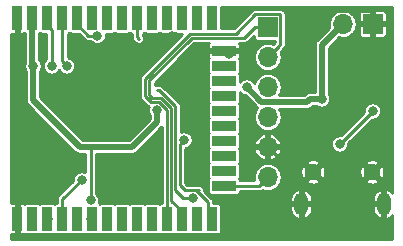
<source format=gbr>
G04 #@! TF.GenerationSoftware,KiCad,Pcbnew,5.1.4*
G04 #@! TF.CreationDate,2019-12-08T17:31:22+01:00*
G04 #@! TF.ProjectId,antivol,616e7469-766f-46c2-9e6b-696361645f70,rev?*
G04 #@! TF.SameCoordinates,Original*
G04 #@! TF.FileFunction,Copper,L2,Bot*
G04 #@! TF.FilePolarity,Positive*
%FSLAX46Y46*%
G04 Gerber Fmt 4.6, Leading zero omitted, Abs format (unit mm)*
G04 Created by KiCad (PCBNEW 5.1.4) date 2019-12-08 17:31:22*
%MOMM*%
%LPD*%
G04 APERTURE LIST*
%ADD10C,1.300000*%
%ADD11R,0.900000X2.000000*%
%ADD12R,2.000000X0.900000*%
%ADD13R,5.000000X5.000000*%
%ADD14C,2.000000*%
%ADD15O,1.200000X1.900000*%
%ADD16C,1.450000*%
%ADD17O,1.700000X1.700000*%
%ADD18R,1.700000X1.700000*%
%ADD19C,0.800000*%
%ADD20C,0.254000*%
%ADD21C,0.250000*%
%ADD22C,0.508000*%
G04 APERTURE END LIST*
D10*
X58945000Y-108360000D03*
X58945000Y-104760000D03*
X60745000Y-106560000D03*
X57145000Y-106560000D03*
X57145000Y-108360000D03*
X57145000Y-104760000D03*
X60745000Y-108360000D03*
D11*
X51435000Y-99060000D03*
X52705000Y-99060000D03*
X53975000Y-99060000D03*
X55245000Y-99060000D03*
X56515000Y-99060000D03*
X57785000Y-99060000D03*
X59055000Y-99060000D03*
X60325000Y-99060000D03*
X61595000Y-99060000D03*
X62865000Y-99060000D03*
X64135000Y-99060000D03*
X65405000Y-99060000D03*
X66675000Y-99060000D03*
X67945000Y-99060000D03*
D12*
X68945000Y-101860000D03*
X68945000Y-103130000D03*
X68945000Y-104400000D03*
X68945000Y-105670000D03*
X68945000Y-106940000D03*
X68945000Y-108210000D03*
X68945000Y-109480000D03*
X68945000Y-110750000D03*
X68945000Y-112020000D03*
X68945000Y-113290000D03*
D11*
X67945000Y-116060000D03*
X66675000Y-116060000D03*
X65405000Y-116060000D03*
X64135000Y-116060000D03*
X62865000Y-116060000D03*
X61595000Y-116060000D03*
X60325000Y-116060000D03*
X59055000Y-116060000D03*
X57785000Y-116060000D03*
X56515000Y-116060000D03*
X55245000Y-116060000D03*
X53975000Y-116060000D03*
X52705000Y-116060000D03*
X51435000Y-116060000D03*
D13*
X58945000Y-106560000D03*
D14*
X58945000Y-106560000D03*
D10*
X60745000Y-104760000D03*
D15*
X82478000Y-114808000D03*
X75478000Y-114808000D03*
D16*
X81478000Y-112108000D03*
X76478000Y-112108000D03*
D17*
X78994000Y-99568000D03*
D18*
X81534000Y-99568000D03*
D17*
X72644000Y-112522000D03*
X72644000Y-109982000D03*
X72644000Y-107442000D03*
X72644000Y-104902000D03*
X72644000Y-102362000D03*
D18*
X72644000Y-99822000D03*
D19*
X56515000Y-116060000D03*
X56896000Y-112776000D03*
X54025438Y-116068254D03*
X61722000Y-112776000D03*
X66294000Y-110901000D03*
X53645000Y-112776000D03*
X64516000Y-100584000D03*
X69342000Y-102133500D03*
X77216000Y-100076000D03*
X78740000Y-105105000D03*
X52781000Y-103124000D03*
X66294000Y-114300000D03*
X63246000Y-106883000D03*
X57658000Y-114503000D03*
X77216000Y-105918000D03*
X70866000Y-104902000D03*
X54356000Y-103124000D03*
X65559994Y-109389312D03*
X57658000Y-116078000D03*
X55626000Y-103124000D03*
X58217000Y-100560002D03*
X66675000Y-99060000D03*
X67945000Y-99060000D03*
X81534000Y-106934000D03*
X78740000Y-109728000D03*
D20*
X68945000Y-113290000D02*
X68787999Y-113290000D01*
D21*
X56515000Y-116060000D02*
X56515000Y-115510000D01*
D20*
X53975000Y-99060000D02*
X53975000Y-99828602D01*
D21*
X55245000Y-116060000D02*
X55245000Y-114427000D01*
X55245000Y-114427000D02*
X56896000Y-112776000D01*
D20*
X75478000Y-112816000D02*
X75478000Y-114808000D01*
X72644000Y-109982000D02*
X75478000Y-112816000D01*
X58945000Y-106560000D02*
X58945000Y-106155000D01*
X58945000Y-106155000D02*
X64516000Y-100584000D01*
X81534000Y-98464000D02*
X81510999Y-98440999D01*
X81534000Y-99568000D02*
X81534000Y-98464000D01*
X78453039Y-98440999D02*
X77216000Y-99678038D01*
X81510999Y-98440999D02*
X78453039Y-98440999D01*
X77216000Y-99678038D02*
X77216000Y-100076000D01*
D22*
X52705000Y-103048000D02*
X52781000Y-103124000D01*
X52705000Y-99060000D02*
X52705000Y-103048000D01*
D21*
X65494000Y-114300000D02*
X64835020Y-113641020D01*
X66294000Y-114300000D02*
X65494000Y-114300000D01*
X64835020Y-113641020D02*
X64835020Y-106557042D01*
X63474968Y-105196990D02*
X63246000Y-105196990D01*
X64835020Y-106557042D02*
X63474968Y-105196990D01*
D22*
X52781000Y-106033202D02*
X56729798Y-109982000D01*
X52781000Y-103124000D02*
X52781000Y-106033202D01*
X63246000Y-107896202D02*
X63246000Y-106883000D01*
X61160202Y-109982000D02*
X63246000Y-107896202D01*
D20*
X57658000Y-114503000D02*
X57658000Y-109982000D01*
D22*
X56729798Y-109982000D02*
X57658000Y-109982000D01*
X57658000Y-109982000D02*
X61160202Y-109982000D01*
X72120001Y-106156001D02*
X70866000Y-104902000D01*
X76019999Y-106156001D02*
X72120001Y-106156001D01*
X77216000Y-105918000D02*
X76258000Y-105918000D01*
X76258000Y-105918000D02*
X76019999Y-106156001D01*
X77216000Y-101346000D02*
X78994000Y-99568000D01*
X77216000Y-105918000D02*
X77216000Y-101346000D01*
D20*
X71876000Y-113290000D02*
X72644000Y-112522000D01*
X68945000Y-113290000D02*
X71876000Y-113290000D01*
D21*
X73719001Y-101286999D02*
X73493999Y-101512001D01*
X73674001Y-98746999D02*
X73719001Y-98791999D01*
X71613999Y-98746999D02*
X73674001Y-98746999D01*
X69969168Y-100391830D02*
X71613999Y-98746999D01*
X66082180Y-100391830D02*
X69969168Y-100391830D01*
X62270989Y-104203021D02*
X66082180Y-100391830D01*
X62270989Y-105704989D02*
X62270989Y-104203021D01*
X62738000Y-106172000D02*
X62270989Y-105704989D01*
X63460002Y-106172000D02*
X62738000Y-106172000D01*
X73493999Y-101512001D02*
X72644000Y-102362000D01*
X73719001Y-98791999D02*
X73719001Y-101286999D01*
X64135000Y-106846998D02*
X63460002Y-106172000D01*
X64135000Y-116060000D02*
X64135000Y-106846998D01*
X63604980Y-105821990D02*
X62882978Y-105821990D01*
X64485010Y-106702020D02*
X63604980Y-105821990D01*
X64485010Y-114523010D02*
X64485010Y-106702020D01*
X65405000Y-116060000D02*
X65405000Y-115443000D01*
X65405000Y-115443000D02*
X64485010Y-114523010D01*
X71544000Y-99822000D02*
X72644000Y-99822000D01*
X66227158Y-100741840D02*
X70624160Y-100741840D01*
X62620999Y-104347999D02*
X66227158Y-100741840D01*
X62620999Y-105560011D02*
X62620999Y-104347999D01*
X70624160Y-100741840D02*
X71544000Y-99822000D01*
X62882978Y-105821990D02*
X62620999Y-105560011D01*
D20*
X53975000Y-99060000D02*
X53975000Y-99695000D01*
X53975000Y-99695000D02*
X54356000Y-100076000D01*
X54356000Y-100076000D02*
X54356000Y-103124000D01*
X65559994Y-109389312D02*
X65221306Y-109728000D01*
X65221306Y-109784694D02*
X65187030Y-109818970D01*
X65221306Y-109728000D02*
X65221306Y-109784694D01*
X65187030Y-109818970D02*
X65187030Y-113193030D01*
X65187030Y-113193030D02*
X65666999Y-113672999D01*
X66594961Y-113672999D02*
X65666999Y-113672999D01*
X67564000Y-114642038D02*
X66594961Y-113672999D01*
X67564000Y-115316000D02*
X67564000Y-114642038D01*
X67945000Y-116060000D02*
X67945000Y-115697000D01*
X67945000Y-115697000D02*
X67564000Y-115316000D01*
X65666999Y-113672999D02*
X66811999Y-113672999D01*
X55245000Y-99060000D02*
X55245000Y-102743000D01*
X55245000Y-102743000D02*
X55626000Y-103124000D01*
X61595000Y-99060000D02*
X61595000Y-100711000D01*
X61595000Y-100711000D02*
X61722000Y-100838000D01*
X57465002Y-100560002D02*
X58217000Y-100560002D01*
X56515000Y-99060000D02*
X56515000Y-99610000D01*
X56515000Y-99610000D02*
X57465002Y-100560002D01*
D21*
X78740000Y-109728000D02*
X81534000Y-106934000D01*
D20*
G36*
X83206001Y-113862183D02*
G01*
X83184867Y-113832945D01*
X83049343Y-113707052D01*
X82891862Y-113610018D01*
X82748347Y-113562937D01*
X82605000Y-113616277D01*
X82605000Y-114681000D01*
X82625000Y-114681000D01*
X82625000Y-114935000D01*
X82605000Y-114935000D01*
X82605000Y-115999723D01*
X82748347Y-116053063D01*
X82891862Y-116005982D01*
X83049343Y-115908948D01*
X83184867Y-115783055D01*
X83206001Y-115753817D01*
X83206001Y-117750000D01*
X50927000Y-117750000D01*
X50927000Y-117390909D01*
X50985000Y-117396621D01*
X51224250Y-117395000D01*
X51308000Y-117311250D01*
X51308000Y-116187000D01*
X51288000Y-116187000D01*
X51288000Y-115933000D01*
X51308000Y-115933000D01*
X51308000Y-114808750D01*
X51224250Y-114725000D01*
X50985000Y-114723379D01*
X50927000Y-114729091D01*
X50927000Y-100390909D01*
X50985000Y-100396621D01*
X51224250Y-100395000D01*
X51308000Y-100311250D01*
X51308000Y-99187000D01*
X51288000Y-99187000D01*
X51288000Y-98933000D01*
X51308000Y-98933000D01*
X51308000Y-98913000D01*
X51562000Y-98913000D01*
X51562000Y-98933000D01*
X51582000Y-98933000D01*
X51582000Y-99187000D01*
X51562000Y-99187000D01*
X51562000Y-100311250D01*
X51645750Y-100395000D01*
X51885000Y-100396621D01*
X51950671Y-100390153D01*
X52013819Y-100370997D01*
X52070001Y-100340967D01*
X52116000Y-100365554D01*
X52116001Y-102808804D01*
X52074246Y-102909609D01*
X52046000Y-103051609D01*
X52046000Y-103196391D01*
X52074246Y-103338391D01*
X52129652Y-103472153D01*
X52192000Y-103565464D01*
X52192001Y-106004276D01*
X52189152Y-106033202D01*
X52192001Y-106062129D01*
X52200524Y-106148666D01*
X52201954Y-106153380D01*
X52234203Y-106259692D01*
X52288896Y-106362015D01*
X52344060Y-106429233D01*
X52344066Y-106429239D01*
X52362501Y-106451702D01*
X52384964Y-106470137D01*
X56292863Y-110378037D01*
X56311298Y-110400500D01*
X56333761Y-110418935D01*
X56333766Y-110418940D01*
X56353036Y-110434754D01*
X56400984Y-110474104D01*
X56503307Y-110528797D01*
X56614334Y-110562477D01*
X56700871Y-110571000D01*
X56700881Y-110571000D01*
X56729798Y-110573848D01*
X56758715Y-110571000D01*
X57196001Y-110571000D01*
X57196001Y-112104707D01*
X57110391Y-112069246D01*
X56968391Y-112041000D01*
X56823609Y-112041000D01*
X56681609Y-112069246D01*
X56547847Y-112124652D01*
X56427465Y-112205088D01*
X56325088Y-112307465D01*
X56244652Y-112427847D01*
X56189246Y-112561609D01*
X56161000Y-112703609D01*
X56161000Y-112848391D01*
X56163003Y-112858459D01*
X54935703Y-114085760D01*
X54918159Y-114100158D01*
X54903761Y-114117702D01*
X54903758Y-114117705D01*
X54895052Y-114128314D01*
X54860675Y-114170202D01*
X54846796Y-114196168D01*
X54817960Y-114250115D01*
X54791657Y-114336825D01*
X54782776Y-114427000D01*
X54785001Y-114449592D01*
X54785001Y-114724365D01*
X54729329Y-114729848D01*
X54666181Y-114749004D01*
X54610000Y-114779033D01*
X54553819Y-114749004D01*
X54490671Y-114729848D01*
X54425000Y-114723380D01*
X53525000Y-114723380D01*
X53459329Y-114729848D01*
X53396181Y-114749004D01*
X53340000Y-114779033D01*
X53283819Y-114749004D01*
X53220671Y-114729848D01*
X53155000Y-114723380D01*
X52255000Y-114723380D01*
X52189329Y-114729848D01*
X52126181Y-114749004D01*
X52070001Y-114779033D01*
X52013819Y-114749003D01*
X51950671Y-114729847D01*
X51885000Y-114723379D01*
X51645750Y-114725000D01*
X51562000Y-114808750D01*
X51562000Y-115933000D01*
X51582000Y-115933000D01*
X51582000Y-116187000D01*
X51562000Y-116187000D01*
X51562000Y-117311250D01*
X51645750Y-117395000D01*
X51885000Y-117396621D01*
X51950671Y-117390153D01*
X52013819Y-117370997D01*
X52070001Y-117340967D01*
X52126181Y-117370996D01*
X52189329Y-117390152D01*
X52255000Y-117396620D01*
X53155000Y-117396620D01*
X53220671Y-117390152D01*
X53283819Y-117370996D01*
X53340000Y-117340967D01*
X53396181Y-117370996D01*
X53459329Y-117390152D01*
X53525000Y-117396620D01*
X54425000Y-117396620D01*
X54490671Y-117390152D01*
X54553819Y-117370996D01*
X54610000Y-117340967D01*
X54666181Y-117370996D01*
X54729329Y-117390152D01*
X54795000Y-117396620D01*
X55695000Y-117396620D01*
X55760671Y-117390152D01*
X55823819Y-117370996D01*
X55880000Y-117340967D01*
X55936181Y-117370996D01*
X55999329Y-117390152D01*
X56065000Y-117396620D01*
X56965000Y-117396620D01*
X57030671Y-117390152D01*
X57093819Y-117370996D01*
X57150000Y-117340967D01*
X57206181Y-117370996D01*
X57269329Y-117390152D01*
X57335000Y-117396620D01*
X58235000Y-117396620D01*
X58300671Y-117390152D01*
X58363819Y-117370996D01*
X58420000Y-117340967D01*
X58476181Y-117370996D01*
X58539329Y-117390152D01*
X58605000Y-117396620D01*
X59505000Y-117396620D01*
X59570671Y-117390152D01*
X59633819Y-117370996D01*
X59690000Y-117340967D01*
X59746181Y-117370996D01*
X59809329Y-117390152D01*
X59875000Y-117396620D01*
X60775000Y-117396620D01*
X60840671Y-117390152D01*
X60903819Y-117370996D01*
X60960000Y-117340967D01*
X61016181Y-117370996D01*
X61079329Y-117390152D01*
X61145000Y-117396620D01*
X62045000Y-117396620D01*
X62110671Y-117390152D01*
X62173819Y-117370996D01*
X62230000Y-117340967D01*
X62286181Y-117370996D01*
X62349329Y-117390152D01*
X62415000Y-117396620D01*
X63315000Y-117396620D01*
X63380671Y-117390152D01*
X63443819Y-117370996D01*
X63500000Y-117340967D01*
X63556181Y-117370996D01*
X63619329Y-117390152D01*
X63685000Y-117396620D01*
X64585000Y-117396620D01*
X64650671Y-117390152D01*
X64713819Y-117370996D01*
X64770000Y-117340967D01*
X64826181Y-117370996D01*
X64889329Y-117390152D01*
X64955000Y-117396620D01*
X65855000Y-117396620D01*
X65920671Y-117390152D01*
X65983819Y-117370996D01*
X66040000Y-117340967D01*
X66096181Y-117370996D01*
X66159329Y-117390152D01*
X66225000Y-117396620D01*
X67125000Y-117396620D01*
X67190671Y-117390152D01*
X67253819Y-117370996D01*
X67310000Y-117340967D01*
X67366181Y-117370996D01*
X67429329Y-117390152D01*
X67495000Y-117396620D01*
X68395000Y-117396620D01*
X68460671Y-117390152D01*
X68523819Y-117370996D01*
X68582016Y-117339889D01*
X68633026Y-117298026D01*
X68674889Y-117247016D01*
X68705996Y-117188819D01*
X68725152Y-117125671D01*
X68731620Y-117060000D01*
X68731620Y-115060000D01*
X68725152Y-114994329D01*
X68707155Y-114935000D01*
X74543000Y-114935000D01*
X74543000Y-115285000D01*
X74585742Y-115464969D01*
X74662773Y-115633142D01*
X74771133Y-115783055D01*
X74906657Y-115908948D01*
X75064138Y-116005982D01*
X75207653Y-116053063D01*
X75351000Y-115999723D01*
X75351000Y-114935000D01*
X75605000Y-114935000D01*
X75605000Y-115999723D01*
X75748347Y-116053063D01*
X75891862Y-116005982D01*
X76049343Y-115908948D01*
X76184867Y-115783055D01*
X76293227Y-115633142D01*
X76370258Y-115464969D01*
X76413000Y-115285000D01*
X76413000Y-114935000D01*
X81543000Y-114935000D01*
X81543000Y-115285000D01*
X81585742Y-115464969D01*
X81662773Y-115633142D01*
X81771133Y-115783055D01*
X81906657Y-115908948D01*
X82064138Y-116005982D01*
X82207653Y-116053063D01*
X82351000Y-115999723D01*
X82351000Y-114935000D01*
X81543000Y-114935000D01*
X76413000Y-114935000D01*
X75605000Y-114935000D01*
X75351000Y-114935000D01*
X74543000Y-114935000D01*
X68707155Y-114935000D01*
X68705996Y-114931181D01*
X68674889Y-114872984D01*
X68633026Y-114821974D01*
X68582016Y-114780111D01*
X68523819Y-114749004D01*
X68460671Y-114729848D01*
X68395000Y-114723380D01*
X68026000Y-114723380D01*
X68026000Y-114664727D01*
X68028235Y-114642037D01*
X68023461Y-114593567D01*
X68019315Y-114551470D01*
X67992897Y-114464383D01*
X67960841Y-114404410D01*
X67949997Y-114384122D01*
X67906729Y-114331400D01*
X67906401Y-114331000D01*
X74543000Y-114331000D01*
X74543000Y-114681000D01*
X75351000Y-114681000D01*
X75351000Y-113616277D01*
X75605000Y-113616277D01*
X75605000Y-114681000D01*
X76413000Y-114681000D01*
X76413000Y-114331000D01*
X81543000Y-114331000D01*
X81543000Y-114681000D01*
X82351000Y-114681000D01*
X82351000Y-113616277D01*
X82207653Y-113562937D01*
X82064138Y-113610018D01*
X81906657Y-113707052D01*
X81771133Y-113832945D01*
X81662773Y-113982858D01*
X81585742Y-114151031D01*
X81543000Y-114331000D01*
X76413000Y-114331000D01*
X76370258Y-114151031D01*
X76293227Y-113982858D01*
X76184867Y-113832945D01*
X76049343Y-113707052D01*
X75891862Y-113610018D01*
X75748347Y-113562937D01*
X75605000Y-113616277D01*
X75351000Y-113616277D01*
X75207653Y-113562937D01*
X75064138Y-113610018D01*
X74906657Y-113707052D01*
X74771133Y-113832945D01*
X74662773Y-113982858D01*
X74585742Y-114151031D01*
X74543000Y-114331000D01*
X67906401Y-114331000D01*
X67892264Y-114313774D01*
X67874637Y-114299308D01*
X67273732Y-113698404D01*
X67276234Y-113672999D01*
X67267314Y-113582431D01*
X67240896Y-113495344D01*
X67197996Y-113415084D01*
X67140263Y-113344735D01*
X67069914Y-113287002D01*
X66989654Y-113244102D01*
X66902567Y-113217684D01*
X66834692Y-113210999D01*
X66617651Y-113210999D01*
X66594961Y-113208764D01*
X66572271Y-113210999D01*
X65858365Y-113210999D01*
X65649030Y-113001665D01*
X65649030Y-110121001D01*
X65774385Y-110096066D01*
X65908147Y-110040660D01*
X66028529Y-109960224D01*
X66130906Y-109857847D01*
X66211342Y-109737465D01*
X66266748Y-109603703D01*
X66294994Y-109461703D01*
X66294994Y-109316921D01*
X66266748Y-109174921D01*
X66211342Y-109041159D01*
X66130906Y-108920777D01*
X66028529Y-108818400D01*
X65908147Y-108737964D01*
X65774385Y-108682558D01*
X65632385Y-108654312D01*
X65487603Y-108654312D01*
X65345603Y-108682558D01*
X65295020Y-108703510D01*
X65295020Y-106579624D01*
X65297244Y-106557042D01*
X65295020Y-106534460D01*
X65295020Y-106534452D01*
X65288363Y-106466866D01*
X65262060Y-106380156D01*
X65219346Y-106300244D01*
X65179732Y-106251974D01*
X65176262Y-106247746D01*
X65176260Y-106247744D01*
X65161862Y-106230200D01*
X65144317Y-106215801D01*
X63816213Y-104887698D01*
X63801810Y-104870148D01*
X63731766Y-104812664D01*
X63651854Y-104769950D01*
X63565144Y-104743647D01*
X63497558Y-104736990D01*
X63497550Y-104736990D01*
X63474968Y-104734766D01*
X63452386Y-104736990D01*
X63223410Y-104736990D01*
X63155824Y-104743647D01*
X63080999Y-104766345D01*
X63080999Y-104538536D01*
X65309535Y-102310000D01*
X67608379Y-102310000D01*
X67614847Y-102375671D01*
X67634003Y-102438819D01*
X67664033Y-102495001D01*
X67634004Y-102551181D01*
X67614848Y-102614329D01*
X67608380Y-102680000D01*
X67608380Y-103580000D01*
X67614848Y-103645671D01*
X67634004Y-103708819D01*
X67664033Y-103765000D01*
X67634004Y-103821181D01*
X67614848Y-103884329D01*
X67608380Y-103950000D01*
X67608380Y-104850000D01*
X67614848Y-104915671D01*
X67634004Y-104978819D01*
X67664033Y-105035000D01*
X67634004Y-105091181D01*
X67614848Y-105154329D01*
X67608380Y-105220000D01*
X67608380Y-106120000D01*
X67614848Y-106185671D01*
X67634004Y-106248819D01*
X67664033Y-106305000D01*
X67634004Y-106361181D01*
X67614848Y-106424329D01*
X67608380Y-106490000D01*
X67608380Y-107390000D01*
X67614848Y-107455671D01*
X67634004Y-107518819D01*
X67664033Y-107575000D01*
X67634004Y-107631181D01*
X67614848Y-107694329D01*
X67608380Y-107760000D01*
X67608380Y-108660000D01*
X67614848Y-108725671D01*
X67634004Y-108788819D01*
X67664033Y-108845000D01*
X67634004Y-108901181D01*
X67614848Y-108964329D01*
X67608380Y-109030000D01*
X67608380Y-109930000D01*
X67614848Y-109995671D01*
X67634004Y-110058819D01*
X67664033Y-110115000D01*
X67634004Y-110171181D01*
X67614848Y-110234329D01*
X67608380Y-110300000D01*
X67608380Y-111200000D01*
X67614848Y-111265671D01*
X67634004Y-111328819D01*
X67664033Y-111385000D01*
X67634004Y-111441181D01*
X67614848Y-111504329D01*
X67608380Y-111570000D01*
X67608380Y-112470000D01*
X67614848Y-112535671D01*
X67634004Y-112598819D01*
X67664033Y-112655000D01*
X67634004Y-112711181D01*
X67614848Y-112774329D01*
X67608380Y-112840000D01*
X67608380Y-113740000D01*
X67614848Y-113805671D01*
X67634004Y-113868819D01*
X67665111Y-113927016D01*
X67706974Y-113978026D01*
X67757984Y-114019889D01*
X67816181Y-114050996D01*
X67879329Y-114070152D01*
X67945000Y-114076620D01*
X69945000Y-114076620D01*
X70010671Y-114070152D01*
X70073819Y-114050996D01*
X70132016Y-114019889D01*
X70183026Y-113978026D01*
X70224889Y-113927016D01*
X70255996Y-113868819D01*
X70275152Y-113805671D01*
X70280438Y-113752000D01*
X71853310Y-113752000D01*
X71876000Y-113754235D01*
X71898690Y-113752000D01*
X71898693Y-113752000D01*
X71966568Y-113745315D01*
X72053655Y-113718897D01*
X72133915Y-113675997D01*
X72196555Y-113624590D01*
X72411700Y-113689853D01*
X72585793Y-113707000D01*
X72702207Y-113707000D01*
X72876300Y-113689853D01*
X73099674Y-113622094D01*
X73305536Y-113512058D01*
X73485975Y-113363975D01*
X73634058Y-113183536D01*
X73744094Y-112977674D01*
X73771930Y-112885907D01*
X75879698Y-112885907D01*
X75959144Y-113038210D01*
X76150588Y-113121560D01*
X76354616Y-113165959D01*
X76563384Y-113169702D01*
X76768870Y-113132644D01*
X76963179Y-113056210D01*
X76996856Y-113038210D01*
X77076302Y-112885907D01*
X80879698Y-112885907D01*
X80959144Y-113038210D01*
X81150588Y-113121560D01*
X81354616Y-113165959D01*
X81563384Y-113169702D01*
X81768870Y-113132644D01*
X81963179Y-113056210D01*
X81996856Y-113038210D01*
X82076302Y-112885907D01*
X81478000Y-112287605D01*
X80879698Y-112885907D01*
X77076302Y-112885907D01*
X76478000Y-112287605D01*
X75879698Y-112885907D01*
X73771930Y-112885907D01*
X73811853Y-112754300D01*
X73834733Y-112522000D01*
X73811853Y-112289700D01*
X73782637Y-112193384D01*
X75416298Y-112193384D01*
X75453356Y-112398870D01*
X75529790Y-112593179D01*
X75547790Y-112626856D01*
X75700093Y-112706302D01*
X76298395Y-112108000D01*
X76657605Y-112108000D01*
X77255907Y-112706302D01*
X77408210Y-112626856D01*
X77491560Y-112435412D01*
X77535959Y-112231384D01*
X77536640Y-112193384D01*
X80416298Y-112193384D01*
X80453356Y-112398870D01*
X80529790Y-112593179D01*
X80547790Y-112626856D01*
X80700093Y-112706302D01*
X81298395Y-112108000D01*
X81657605Y-112108000D01*
X82255907Y-112706302D01*
X82408210Y-112626856D01*
X82491560Y-112435412D01*
X82535959Y-112231384D01*
X82539702Y-112022616D01*
X82502644Y-111817130D01*
X82426210Y-111622821D01*
X82408210Y-111589144D01*
X82255907Y-111509698D01*
X81657605Y-112108000D01*
X81298395Y-112108000D01*
X80700093Y-111509698D01*
X80547790Y-111589144D01*
X80464440Y-111780588D01*
X80420041Y-111984616D01*
X80416298Y-112193384D01*
X77536640Y-112193384D01*
X77539702Y-112022616D01*
X77502644Y-111817130D01*
X77426210Y-111622821D01*
X77408210Y-111589144D01*
X77255907Y-111509698D01*
X76657605Y-112108000D01*
X76298395Y-112108000D01*
X75700093Y-111509698D01*
X75547790Y-111589144D01*
X75464440Y-111780588D01*
X75420041Y-111984616D01*
X75416298Y-112193384D01*
X73782637Y-112193384D01*
X73744094Y-112066326D01*
X73634058Y-111860464D01*
X73485975Y-111680025D01*
X73305536Y-111531942D01*
X73099674Y-111421906D01*
X72876300Y-111354147D01*
X72702207Y-111337000D01*
X72585793Y-111337000D01*
X72411700Y-111354147D01*
X72188326Y-111421906D01*
X71982464Y-111531942D01*
X71802025Y-111680025D01*
X71653942Y-111860464D01*
X71543906Y-112066326D01*
X71476147Y-112289700D01*
X71453267Y-112522000D01*
X71476147Y-112754300D01*
X71498503Y-112828000D01*
X70280438Y-112828000D01*
X70275152Y-112774329D01*
X70255996Y-112711181D01*
X70225967Y-112655000D01*
X70255996Y-112598819D01*
X70275152Y-112535671D01*
X70281620Y-112470000D01*
X70281620Y-111570000D01*
X70275152Y-111504329D01*
X70255996Y-111441181D01*
X70225967Y-111385000D01*
X70255315Y-111330093D01*
X75879698Y-111330093D01*
X76478000Y-111928395D01*
X77076302Y-111330093D01*
X80879698Y-111330093D01*
X81478000Y-111928395D01*
X82076302Y-111330093D01*
X81996856Y-111177790D01*
X81805412Y-111094440D01*
X81601384Y-111050041D01*
X81392616Y-111046298D01*
X81187130Y-111083356D01*
X80992821Y-111159790D01*
X80959144Y-111177790D01*
X80879698Y-111330093D01*
X77076302Y-111330093D01*
X76996856Y-111177790D01*
X76805412Y-111094440D01*
X76601384Y-111050041D01*
X76392616Y-111046298D01*
X76187130Y-111083356D01*
X75992821Y-111159790D01*
X75959144Y-111177790D01*
X75879698Y-111330093D01*
X70255315Y-111330093D01*
X70255996Y-111328819D01*
X70275152Y-111265671D01*
X70281620Y-111200000D01*
X70281620Y-110300000D01*
X70280807Y-110291744D01*
X71500197Y-110291744D01*
X71520873Y-110359923D01*
X71616183Y-110571772D01*
X71750991Y-110760957D01*
X71920117Y-110920207D01*
X72117061Y-111043402D01*
X72334255Y-111125808D01*
X72517000Y-111076431D01*
X72517000Y-110109000D01*
X72771000Y-110109000D01*
X72771000Y-111076431D01*
X72953745Y-111125808D01*
X73170939Y-111043402D01*
X73367883Y-110920207D01*
X73537009Y-110760957D01*
X73671817Y-110571772D01*
X73767127Y-110359923D01*
X73787803Y-110291744D01*
X73737902Y-110109000D01*
X72771000Y-110109000D01*
X72517000Y-110109000D01*
X71550098Y-110109000D01*
X71500197Y-110291744D01*
X70280807Y-110291744D01*
X70275152Y-110234329D01*
X70255996Y-110171181D01*
X70225967Y-110115000D01*
X70255996Y-110058819D01*
X70275152Y-109995671D01*
X70281620Y-109930000D01*
X70281620Y-109672256D01*
X71500197Y-109672256D01*
X71550098Y-109855000D01*
X72517000Y-109855000D01*
X72517000Y-108887569D01*
X72771000Y-108887569D01*
X72771000Y-109855000D01*
X73737902Y-109855000D01*
X73787803Y-109672256D01*
X73782755Y-109655609D01*
X78005000Y-109655609D01*
X78005000Y-109800391D01*
X78033246Y-109942391D01*
X78088652Y-110076153D01*
X78169088Y-110196535D01*
X78271465Y-110298912D01*
X78391847Y-110379348D01*
X78525609Y-110434754D01*
X78667609Y-110463000D01*
X78812391Y-110463000D01*
X78954391Y-110434754D01*
X79088153Y-110379348D01*
X79208535Y-110298912D01*
X79310912Y-110196535D01*
X79391348Y-110076153D01*
X79446754Y-109942391D01*
X79475000Y-109800391D01*
X79475000Y-109655609D01*
X79472997Y-109645540D01*
X81451541Y-107666997D01*
X81461609Y-107669000D01*
X81606391Y-107669000D01*
X81748391Y-107640754D01*
X81882153Y-107585348D01*
X82002535Y-107504912D01*
X82104912Y-107402535D01*
X82185348Y-107282153D01*
X82240754Y-107148391D01*
X82269000Y-107006391D01*
X82269000Y-106861609D01*
X82240754Y-106719609D01*
X82185348Y-106585847D01*
X82104912Y-106465465D01*
X82002535Y-106363088D01*
X81882153Y-106282652D01*
X81748391Y-106227246D01*
X81606391Y-106199000D01*
X81461609Y-106199000D01*
X81319609Y-106227246D01*
X81185847Y-106282652D01*
X81065465Y-106363088D01*
X80963088Y-106465465D01*
X80882652Y-106585847D01*
X80827246Y-106719609D01*
X80799000Y-106861609D01*
X80799000Y-107006391D01*
X80801003Y-107016459D01*
X78822460Y-108995003D01*
X78812391Y-108993000D01*
X78667609Y-108993000D01*
X78525609Y-109021246D01*
X78391847Y-109076652D01*
X78271465Y-109157088D01*
X78169088Y-109259465D01*
X78088652Y-109379847D01*
X78033246Y-109513609D01*
X78005000Y-109655609D01*
X73782755Y-109655609D01*
X73767127Y-109604077D01*
X73671817Y-109392228D01*
X73537009Y-109203043D01*
X73367883Y-109043793D01*
X73170939Y-108920598D01*
X72953745Y-108838192D01*
X72771000Y-108887569D01*
X72517000Y-108887569D01*
X72334255Y-108838192D01*
X72117061Y-108920598D01*
X71920117Y-109043793D01*
X71750991Y-109203043D01*
X71616183Y-109392228D01*
X71520873Y-109604077D01*
X71500197Y-109672256D01*
X70281620Y-109672256D01*
X70281620Y-109030000D01*
X70275152Y-108964329D01*
X70255996Y-108901181D01*
X70225967Y-108845000D01*
X70255996Y-108788819D01*
X70275152Y-108725671D01*
X70281620Y-108660000D01*
X70281620Y-107760000D01*
X70275152Y-107694329D01*
X70255996Y-107631181D01*
X70225967Y-107575000D01*
X70255996Y-107518819D01*
X70275152Y-107455671D01*
X70281620Y-107390000D01*
X70281620Y-106490000D01*
X70275152Y-106424329D01*
X70255996Y-106361181D01*
X70225967Y-106305000D01*
X70255996Y-106248819D01*
X70275152Y-106185671D01*
X70281620Y-106120000D01*
X70281620Y-105350379D01*
X70295088Y-105370535D01*
X70397465Y-105472912D01*
X70517847Y-105553348D01*
X70651609Y-105608754D01*
X70761677Y-105630648D01*
X71683066Y-106552037D01*
X71701501Y-106574501D01*
X71723964Y-106592936D01*
X71723969Y-106592941D01*
X71774085Y-106634070D01*
X71653942Y-106780464D01*
X71543906Y-106986326D01*
X71476147Y-107209700D01*
X71453267Y-107442000D01*
X71476147Y-107674300D01*
X71543906Y-107897674D01*
X71653942Y-108103536D01*
X71802025Y-108283975D01*
X71982464Y-108432058D01*
X72188326Y-108542094D01*
X72411700Y-108609853D01*
X72585793Y-108627000D01*
X72702207Y-108627000D01*
X72876300Y-108609853D01*
X73099674Y-108542094D01*
X73305536Y-108432058D01*
X73485975Y-108283975D01*
X73634058Y-108103536D01*
X73744094Y-107897674D01*
X73811853Y-107674300D01*
X73834733Y-107442000D01*
X73811853Y-107209700D01*
X73744094Y-106986326D01*
X73634058Y-106780464D01*
X73604954Y-106745001D01*
X75991082Y-106745001D01*
X76019999Y-106747849D01*
X76048916Y-106745001D01*
X76048926Y-106745001D01*
X76135463Y-106736478D01*
X76246490Y-106702798D01*
X76348813Y-106648105D01*
X76438499Y-106574501D01*
X76456939Y-106552032D01*
X76501971Y-106507000D01*
X76774536Y-106507000D01*
X76867847Y-106569348D01*
X77001609Y-106624754D01*
X77143609Y-106653000D01*
X77288391Y-106653000D01*
X77430391Y-106624754D01*
X77564153Y-106569348D01*
X77684535Y-106488912D01*
X77786912Y-106386535D01*
X77867348Y-106266153D01*
X77922754Y-106132391D01*
X77951000Y-105990391D01*
X77951000Y-105845609D01*
X77922754Y-105703609D01*
X77867348Y-105569847D01*
X77805000Y-105476536D01*
X77805000Y-101589971D01*
X78682994Y-100711978D01*
X78761700Y-100735853D01*
X78935793Y-100753000D01*
X79052207Y-100753000D01*
X79226300Y-100735853D01*
X79449674Y-100668094D01*
X79655536Y-100558058D01*
X79826196Y-100418000D01*
X80347379Y-100418000D01*
X80353847Y-100483671D01*
X80373003Y-100546819D01*
X80404110Y-100605017D01*
X80445973Y-100656027D01*
X80496983Y-100697890D01*
X80555181Y-100728997D01*
X80618329Y-100748153D01*
X80684000Y-100754621D01*
X81323250Y-100753000D01*
X81407000Y-100669250D01*
X81407000Y-99695000D01*
X81661000Y-99695000D01*
X81661000Y-100669250D01*
X81744750Y-100753000D01*
X82384000Y-100754621D01*
X82449671Y-100748153D01*
X82512819Y-100728997D01*
X82571017Y-100697890D01*
X82622027Y-100656027D01*
X82663890Y-100605017D01*
X82694997Y-100546819D01*
X82714153Y-100483671D01*
X82720621Y-100418000D01*
X82719000Y-99778750D01*
X82635250Y-99695000D01*
X81661000Y-99695000D01*
X81407000Y-99695000D01*
X80432750Y-99695000D01*
X80349000Y-99778750D01*
X80347379Y-100418000D01*
X79826196Y-100418000D01*
X79835975Y-100409975D01*
X79984058Y-100229536D01*
X80094094Y-100023674D01*
X80161853Y-99800300D01*
X80184733Y-99568000D01*
X80161853Y-99335700D01*
X80094094Y-99112326D01*
X79984058Y-98906464D01*
X79835975Y-98726025D01*
X79826197Y-98718000D01*
X80347379Y-98718000D01*
X80349000Y-99357250D01*
X80432750Y-99441000D01*
X81407000Y-99441000D01*
X81407000Y-98466750D01*
X81661000Y-98466750D01*
X81661000Y-99441000D01*
X82635250Y-99441000D01*
X82719000Y-99357250D01*
X82720621Y-98718000D01*
X82714153Y-98652329D01*
X82694997Y-98589181D01*
X82663890Y-98530983D01*
X82622027Y-98479973D01*
X82571017Y-98438110D01*
X82512819Y-98407003D01*
X82449671Y-98387847D01*
X82384000Y-98381379D01*
X81744750Y-98383000D01*
X81661000Y-98466750D01*
X81407000Y-98466750D01*
X81323250Y-98383000D01*
X80684000Y-98381379D01*
X80618329Y-98387847D01*
X80555181Y-98407003D01*
X80496983Y-98438110D01*
X80445973Y-98479973D01*
X80404110Y-98530983D01*
X80373003Y-98589181D01*
X80353847Y-98652329D01*
X80347379Y-98718000D01*
X79826197Y-98718000D01*
X79655536Y-98577942D01*
X79449674Y-98467906D01*
X79226300Y-98400147D01*
X79052207Y-98383000D01*
X78935793Y-98383000D01*
X78761700Y-98400147D01*
X78538326Y-98467906D01*
X78332464Y-98577942D01*
X78152025Y-98726025D01*
X78003942Y-98906464D01*
X77893906Y-99112326D01*
X77826147Y-99335700D01*
X77803267Y-99568000D01*
X77826147Y-99800300D01*
X77850022Y-99879006D01*
X76819964Y-100909065D01*
X76797501Y-100927500D01*
X76779066Y-100949963D01*
X76779060Y-100949969D01*
X76723896Y-101017187D01*
X76669203Y-101119510D01*
X76651764Y-101177000D01*
X76635524Y-101230536D01*
X76632434Y-101261906D01*
X76624152Y-101346000D01*
X76627001Y-101374927D01*
X76627000Y-105329000D01*
X76286916Y-105329000D01*
X76257999Y-105326152D01*
X76229082Y-105329000D01*
X76229073Y-105329000D01*
X76142536Y-105337523D01*
X76031509Y-105371203D01*
X75929186Y-105425896D01*
X75839500Y-105499500D01*
X75821060Y-105521969D01*
X75776028Y-105567001D01*
X73631214Y-105567001D01*
X73634058Y-105563536D01*
X73744094Y-105357674D01*
X73811853Y-105134300D01*
X73834733Y-104902000D01*
X73811853Y-104669700D01*
X73744094Y-104446326D01*
X73634058Y-104240464D01*
X73485975Y-104060025D01*
X73305536Y-103911942D01*
X73099674Y-103801906D01*
X72876300Y-103734147D01*
X72702207Y-103717000D01*
X72585793Y-103717000D01*
X72411700Y-103734147D01*
X72188326Y-103801906D01*
X71982464Y-103911942D01*
X71802025Y-104060025D01*
X71653942Y-104240464D01*
X71543906Y-104446326D01*
X71513182Y-104547612D01*
X71436912Y-104433465D01*
X71334535Y-104331088D01*
X71214153Y-104250652D01*
X71080391Y-104195246D01*
X70938391Y-104167000D01*
X70793609Y-104167000D01*
X70651609Y-104195246D01*
X70517847Y-104250652D01*
X70397465Y-104331088D01*
X70295088Y-104433465D01*
X70281620Y-104453621D01*
X70281620Y-103950000D01*
X70275152Y-103884329D01*
X70255996Y-103821181D01*
X70225967Y-103765000D01*
X70255996Y-103708819D01*
X70275152Y-103645671D01*
X70281620Y-103580000D01*
X70281620Y-102680000D01*
X70275152Y-102614329D01*
X70255996Y-102551181D01*
X70225967Y-102495001D01*
X70255997Y-102438819D01*
X70275153Y-102375671D01*
X70281621Y-102310000D01*
X70280000Y-102070750D01*
X70196250Y-101987000D01*
X69072000Y-101987000D01*
X69072000Y-102007000D01*
X68818000Y-102007000D01*
X68818000Y-101987000D01*
X67693750Y-101987000D01*
X67610000Y-102070750D01*
X67608379Y-102310000D01*
X65309535Y-102310000D01*
X66417696Y-101201840D01*
X67682462Y-101201840D01*
X67665110Y-101222983D01*
X67634003Y-101281181D01*
X67614847Y-101344329D01*
X67608379Y-101410000D01*
X67610000Y-101649250D01*
X67693750Y-101733000D01*
X68818000Y-101733000D01*
X68818000Y-101713000D01*
X69072000Y-101713000D01*
X69072000Y-101733000D01*
X70196250Y-101733000D01*
X70280000Y-101649250D01*
X70281621Y-101410000D01*
X70275153Y-101344329D01*
X70255997Y-101281181D01*
X70224890Y-101222983D01*
X70207538Y-101201840D01*
X70601578Y-101201840D01*
X70624160Y-101204064D01*
X70646742Y-101201840D01*
X70646750Y-101201840D01*
X70714336Y-101195183D01*
X70801046Y-101168880D01*
X70880958Y-101126166D01*
X70951002Y-101068682D01*
X70965405Y-101051132D01*
X71457380Y-100559158D01*
X71457380Y-100672000D01*
X71463848Y-100737671D01*
X71483004Y-100800819D01*
X71514111Y-100859016D01*
X71555974Y-100910026D01*
X71606984Y-100951889D01*
X71665181Y-100982996D01*
X71728329Y-101002152D01*
X71794000Y-101008620D01*
X73259002Y-101008620D01*
X73259002Y-101096461D01*
X73184709Y-101170754D01*
X73184703Y-101170759D01*
X73094980Y-101260482D01*
X72876300Y-101194147D01*
X72702207Y-101177000D01*
X72585793Y-101177000D01*
X72411700Y-101194147D01*
X72188326Y-101261906D01*
X71982464Y-101371942D01*
X71802025Y-101520025D01*
X71653942Y-101700464D01*
X71543906Y-101906326D01*
X71476147Y-102129700D01*
X71453267Y-102362000D01*
X71476147Y-102594300D01*
X71543906Y-102817674D01*
X71653942Y-103023536D01*
X71802025Y-103203975D01*
X71982464Y-103352058D01*
X72188326Y-103462094D01*
X72411700Y-103529853D01*
X72585793Y-103547000D01*
X72702207Y-103547000D01*
X72876300Y-103529853D01*
X73099674Y-103462094D01*
X73305536Y-103352058D01*
X73485975Y-103203975D01*
X73634058Y-103023536D01*
X73744094Y-102817674D01*
X73811853Y-102594300D01*
X73834733Y-102362000D01*
X73811853Y-102129700D01*
X73745518Y-101911020D01*
X73835241Y-101821297D01*
X73835246Y-101821291D01*
X74028293Y-101628244D01*
X74045843Y-101613841D01*
X74103327Y-101543797D01*
X74146041Y-101463885D01*
X74172344Y-101377175D01*
X74179001Y-101309589D01*
X74179001Y-101309581D01*
X74181225Y-101286999D01*
X74179001Y-101264417D01*
X74179001Y-98814581D01*
X74181225Y-98791999D01*
X74179001Y-98769417D01*
X74179001Y-98769409D01*
X74172344Y-98701823D01*
X74146041Y-98615113D01*
X74103327Y-98535201D01*
X74045843Y-98465157D01*
X74028294Y-98450755D01*
X74015246Y-98437707D01*
X74000843Y-98420157D01*
X73930799Y-98362673D01*
X73850887Y-98319959D01*
X73764177Y-98293656D01*
X73696591Y-98286999D01*
X73696583Y-98286999D01*
X73674001Y-98284775D01*
X73651419Y-98286999D01*
X71636578Y-98286999D01*
X71613998Y-98284775D01*
X71591418Y-98286999D01*
X71591409Y-98286999D01*
X71523823Y-98293656D01*
X71437113Y-98319959D01*
X71357201Y-98362673D01*
X71357199Y-98362674D01*
X71357200Y-98362674D01*
X71326527Y-98387847D01*
X71287157Y-98420157D01*
X71272758Y-98437702D01*
X69778631Y-99931830D01*
X68731620Y-99931830D01*
X68731620Y-98150000D01*
X83206000Y-98150000D01*
X83206001Y-113862183D01*
X83206001Y-113862183D01*
G37*
X83206001Y-113862183D02*
X83184867Y-113832945D01*
X83049343Y-113707052D01*
X82891862Y-113610018D01*
X82748347Y-113562937D01*
X82605000Y-113616277D01*
X82605000Y-114681000D01*
X82625000Y-114681000D01*
X82625000Y-114935000D01*
X82605000Y-114935000D01*
X82605000Y-115999723D01*
X82748347Y-116053063D01*
X82891862Y-116005982D01*
X83049343Y-115908948D01*
X83184867Y-115783055D01*
X83206001Y-115753817D01*
X83206001Y-117750000D01*
X50927000Y-117750000D01*
X50927000Y-117390909D01*
X50985000Y-117396621D01*
X51224250Y-117395000D01*
X51308000Y-117311250D01*
X51308000Y-116187000D01*
X51288000Y-116187000D01*
X51288000Y-115933000D01*
X51308000Y-115933000D01*
X51308000Y-114808750D01*
X51224250Y-114725000D01*
X50985000Y-114723379D01*
X50927000Y-114729091D01*
X50927000Y-100390909D01*
X50985000Y-100396621D01*
X51224250Y-100395000D01*
X51308000Y-100311250D01*
X51308000Y-99187000D01*
X51288000Y-99187000D01*
X51288000Y-98933000D01*
X51308000Y-98933000D01*
X51308000Y-98913000D01*
X51562000Y-98913000D01*
X51562000Y-98933000D01*
X51582000Y-98933000D01*
X51582000Y-99187000D01*
X51562000Y-99187000D01*
X51562000Y-100311250D01*
X51645750Y-100395000D01*
X51885000Y-100396621D01*
X51950671Y-100390153D01*
X52013819Y-100370997D01*
X52070001Y-100340967D01*
X52116000Y-100365554D01*
X52116001Y-102808804D01*
X52074246Y-102909609D01*
X52046000Y-103051609D01*
X52046000Y-103196391D01*
X52074246Y-103338391D01*
X52129652Y-103472153D01*
X52192000Y-103565464D01*
X52192001Y-106004276D01*
X52189152Y-106033202D01*
X52192001Y-106062129D01*
X52200524Y-106148666D01*
X52201954Y-106153380D01*
X52234203Y-106259692D01*
X52288896Y-106362015D01*
X52344060Y-106429233D01*
X52344066Y-106429239D01*
X52362501Y-106451702D01*
X52384964Y-106470137D01*
X56292863Y-110378037D01*
X56311298Y-110400500D01*
X56333761Y-110418935D01*
X56333766Y-110418940D01*
X56353036Y-110434754D01*
X56400984Y-110474104D01*
X56503307Y-110528797D01*
X56614334Y-110562477D01*
X56700871Y-110571000D01*
X56700881Y-110571000D01*
X56729798Y-110573848D01*
X56758715Y-110571000D01*
X57196001Y-110571000D01*
X57196001Y-112104707D01*
X57110391Y-112069246D01*
X56968391Y-112041000D01*
X56823609Y-112041000D01*
X56681609Y-112069246D01*
X56547847Y-112124652D01*
X56427465Y-112205088D01*
X56325088Y-112307465D01*
X56244652Y-112427847D01*
X56189246Y-112561609D01*
X56161000Y-112703609D01*
X56161000Y-112848391D01*
X56163003Y-112858459D01*
X54935703Y-114085760D01*
X54918159Y-114100158D01*
X54903761Y-114117702D01*
X54903758Y-114117705D01*
X54895052Y-114128314D01*
X54860675Y-114170202D01*
X54846796Y-114196168D01*
X54817960Y-114250115D01*
X54791657Y-114336825D01*
X54782776Y-114427000D01*
X54785001Y-114449592D01*
X54785001Y-114724365D01*
X54729329Y-114729848D01*
X54666181Y-114749004D01*
X54610000Y-114779033D01*
X54553819Y-114749004D01*
X54490671Y-114729848D01*
X54425000Y-114723380D01*
X53525000Y-114723380D01*
X53459329Y-114729848D01*
X53396181Y-114749004D01*
X53340000Y-114779033D01*
X53283819Y-114749004D01*
X53220671Y-114729848D01*
X53155000Y-114723380D01*
X52255000Y-114723380D01*
X52189329Y-114729848D01*
X52126181Y-114749004D01*
X52070001Y-114779033D01*
X52013819Y-114749003D01*
X51950671Y-114729847D01*
X51885000Y-114723379D01*
X51645750Y-114725000D01*
X51562000Y-114808750D01*
X51562000Y-115933000D01*
X51582000Y-115933000D01*
X51582000Y-116187000D01*
X51562000Y-116187000D01*
X51562000Y-117311250D01*
X51645750Y-117395000D01*
X51885000Y-117396621D01*
X51950671Y-117390153D01*
X52013819Y-117370997D01*
X52070001Y-117340967D01*
X52126181Y-117370996D01*
X52189329Y-117390152D01*
X52255000Y-117396620D01*
X53155000Y-117396620D01*
X53220671Y-117390152D01*
X53283819Y-117370996D01*
X53340000Y-117340967D01*
X53396181Y-117370996D01*
X53459329Y-117390152D01*
X53525000Y-117396620D01*
X54425000Y-117396620D01*
X54490671Y-117390152D01*
X54553819Y-117370996D01*
X54610000Y-117340967D01*
X54666181Y-117370996D01*
X54729329Y-117390152D01*
X54795000Y-117396620D01*
X55695000Y-117396620D01*
X55760671Y-117390152D01*
X55823819Y-117370996D01*
X55880000Y-117340967D01*
X55936181Y-117370996D01*
X55999329Y-117390152D01*
X56065000Y-117396620D01*
X56965000Y-117396620D01*
X57030671Y-117390152D01*
X57093819Y-117370996D01*
X57150000Y-117340967D01*
X57206181Y-117370996D01*
X57269329Y-117390152D01*
X57335000Y-117396620D01*
X58235000Y-117396620D01*
X58300671Y-117390152D01*
X58363819Y-117370996D01*
X58420000Y-117340967D01*
X58476181Y-117370996D01*
X58539329Y-117390152D01*
X58605000Y-117396620D01*
X59505000Y-117396620D01*
X59570671Y-117390152D01*
X59633819Y-117370996D01*
X59690000Y-117340967D01*
X59746181Y-117370996D01*
X59809329Y-117390152D01*
X59875000Y-117396620D01*
X60775000Y-117396620D01*
X60840671Y-117390152D01*
X60903819Y-117370996D01*
X60960000Y-117340967D01*
X61016181Y-117370996D01*
X61079329Y-117390152D01*
X61145000Y-117396620D01*
X62045000Y-117396620D01*
X62110671Y-117390152D01*
X62173819Y-117370996D01*
X62230000Y-117340967D01*
X62286181Y-117370996D01*
X62349329Y-117390152D01*
X62415000Y-117396620D01*
X63315000Y-117396620D01*
X63380671Y-117390152D01*
X63443819Y-117370996D01*
X63500000Y-117340967D01*
X63556181Y-117370996D01*
X63619329Y-117390152D01*
X63685000Y-117396620D01*
X64585000Y-117396620D01*
X64650671Y-117390152D01*
X64713819Y-117370996D01*
X64770000Y-117340967D01*
X64826181Y-117370996D01*
X64889329Y-117390152D01*
X64955000Y-117396620D01*
X65855000Y-117396620D01*
X65920671Y-117390152D01*
X65983819Y-117370996D01*
X66040000Y-117340967D01*
X66096181Y-117370996D01*
X66159329Y-117390152D01*
X66225000Y-117396620D01*
X67125000Y-117396620D01*
X67190671Y-117390152D01*
X67253819Y-117370996D01*
X67310000Y-117340967D01*
X67366181Y-117370996D01*
X67429329Y-117390152D01*
X67495000Y-117396620D01*
X68395000Y-117396620D01*
X68460671Y-117390152D01*
X68523819Y-117370996D01*
X68582016Y-117339889D01*
X68633026Y-117298026D01*
X68674889Y-117247016D01*
X68705996Y-117188819D01*
X68725152Y-117125671D01*
X68731620Y-117060000D01*
X68731620Y-115060000D01*
X68725152Y-114994329D01*
X68707155Y-114935000D01*
X74543000Y-114935000D01*
X74543000Y-115285000D01*
X74585742Y-115464969D01*
X74662773Y-115633142D01*
X74771133Y-115783055D01*
X74906657Y-115908948D01*
X75064138Y-116005982D01*
X75207653Y-116053063D01*
X75351000Y-115999723D01*
X75351000Y-114935000D01*
X75605000Y-114935000D01*
X75605000Y-115999723D01*
X75748347Y-116053063D01*
X75891862Y-116005982D01*
X76049343Y-115908948D01*
X76184867Y-115783055D01*
X76293227Y-115633142D01*
X76370258Y-115464969D01*
X76413000Y-115285000D01*
X76413000Y-114935000D01*
X81543000Y-114935000D01*
X81543000Y-115285000D01*
X81585742Y-115464969D01*
X81662773Y-115633142D01*
X81771133Y-115783055D01*
X81906657Y-115908948D01*
X82064138Y-116005982D01*
X82207653Y-116053063D01*
X82351000Y-115999723D01*
X82351000Y-114935000D01*
X81543000Y-114935000D01*
X76413000Y-114935000D01*
X75605000Y-114935000D01*
X75351000Y-114935000D01*
X74543000Y-114935000D01*
X68707155Y-114935000D01*
X68705996Y-114931181D01*
X68674889Y-114872984D01*
X68633026Y-114821974D01*
X68582016Y-114780111D01*
X68523819Y-114749004D01*
X68460671Y-114729848D01*
X68395000Y-114723380D01*
X68026000Y-114723380D01*
X68026000Y-114664727D01*
X68028235Y-114642037D01*
X68023461Y-114593567D01*
X68019315Y-114551470D01*
X67992897Y-114464383D01*
X67960841Y-114404410D01*
X67949997Y-114384122D01*
X67906729Y-114331400D01*
X67906401Y-114331000D01*
X74543000Y-114331000D01*
X74543000Y-114681000D01*
X75351000Y-114681000D01*
X75351000Y-113616277D01*
X75605000Y-113616277D01*
X75605000Y-114681000D01*
X76413000Y-114681000D01*
X76413000Y-114331000D01*
X81543000Y-114331000D01*
X81543000Y-114681000D01*
X82351000Y-114681000D01*
X82351000Y-113616277D01*
X82207653Y-113562937D01*
X82064138Y-113610018D01*
X81906657Y-113707052D01*
X81771133Y-113832945D01*
X81662773Y-113982858D01*
X81585742Y-114151031D01*
X81543000Y-114331000D01*
X76413000Y-114331000D01*
X76370258Y-114151031D01*
X76293227Y-113982858D01*
X76184867Y-113832945D01*
X76049343Y-113707052D01*
X75891862Y-113610018D01*
X75748347Y-113562937D01*
X75605000Y-113616277D01*
X75351000Y-113616277D01*
X75207653Y-113562937D01*
X75064138Y-113610018D01*
X74906657Y-113707052D01*
X74771133Y-113832945D01*
X74662773Y-113982858D01*
X74585742Y-114151031D01*
X74543000Y-114331000D01*
X67906401Y-114331000D01*
X67892264Y-114313774D01*
X67874637Y-114299308D01*
X67273732Y-113698404D01*
X67276234Y-113672999D01*
X67267314Y-113582431D01*
X67240896Y-113495344D01*
X67197996Y-113415084D01*
X67140263Y-113344735D01*
X67069914Y-113287002D01*
X66989654Y-113244102D01*
X66902567Y-113217684D01*
X66834692Y-113210999D01*
X66617651Y-113210999D01*
X66594961Y-113208764D01*
X66572271Y-113210999D01*
X65858365Y-113210999D01*
X65649030Y-113001665D01*
X65649030Y-110121001D01*
X65774385Y-110096066D01*
X65908147Y-110040660D01*
X66028529Y-109960224D01*
X66130906Y-109857847D01*
X66211342Y-109737465D01*
X66266748Y-109603703D01*
X66294994Y-109461703D01*
X66294994Y-109316921D01*
X66266748Y-109174921D01*
X66211342Y-109041159D01*
X66130906Y-108920777D01*
X66028529Y-108818400D01*
X65908147Y-108737964D01*
X65774385Y-108682558D01*
X65632385Y-108654312D01*
X65487603Y-108654312D01*
X65345603Y-108682558D01*
X65295020Y-108703510D01*
X65295020Y-106579624D01*
X65297244Y-106557042D01*
X65295020Y-106534460D01*
X65295020Y-106534452D01*
X65288363Y-106466866D01*
X65262060Y-106380156D01*
X65219346Y-106300244D01*
X65179732Y-106251974D01*
X65176262Y-106247746D01*
X65176260Y-106247744D01*
X65161862Y-106230200D01*
X65144317Y-106215801D01*
X63816213Y-104887698D01*
X63801810Y-104870148D01*
X63731766Y-104812664D01*
X63651854Y-104769950D01*
X63565144Y-104743647D01*
X63497558Y-104736990D01*
X63497550Y-104736990D01*
X63474968Y-104734766D01*
X63452386Y-104736990D01*
X63223410Y-104736990D01*
X63155824Y-104743647D01*
X63080999Y-104766345D01*
X63080999Y-104538536D01*
X65309535Y-102310000D01*
X67608379Y-102310000D01*
X67614847Y-102375671D01*
X67634003Y-102438819D01*
X67664033Y-102495001D01*
X67634004Y-102551181D01*
X67614848Y-102614329D01*
X67608380Y-102680000D01*
X67608380Y-103580000D01*
X67614848Y-103645671D01*
X67634004Y-103708819D01*
X67664033Y-103765000D01*
X67634004Y-103821181D01*
X67614848Y-103884329D01*
X67608380Y-103950000D01*
X67608380Y-104850000D01*
X67614848Y-104915671D01*
X67634004Y-104978819D01*
X67664033Y-105035000D01*
X67634004Y-105091181D01*
X67614848Y-105154329D01*
X67608380Y-105220000D01*
X67608380Y-106120000D01*
X67614848Y-106185671D01*
X67634004Y-106248819D01*
X67664033Y-106305000D01*
X67634004Y-106361181D01*
X67614848Y-106424329D01*
X67608380Y-106490000D01*
X67608380Y-107390000D01*
X67614848Y-107455671D01*
X67634004Y-107518819D01*
X67664033Y-107575000D01*
X67634004Y-107631181D01*
X67614848Y-107694329D01*
X67608380Y-107760000D01*
X67608380Y-108660000D01*
X67614848Y-108725671D01*
X67634004Y-108788819D01*
X67664033Y-108845000D01*
X67634004Y-108901181D01*
X67614848Y-108964329D01*
X67608380Y-109030000D01*
X67608380Y-109930000D01*
X67614848Y-109995671D01*
X67634004Y-110058819D01*
X67664033Y-110115000D01*
X67634004Y-110171181D01*
X67614848Y-110234329D01*
X67608380Y-110300000D01*
X67608380Y-111200000D01*
X67614848Y-111265671D01*
X67634004Y-111328819D01*
X67664033Y-111385000D01*
X67634004Y-111441181D01*
X67614848Y-111504329D01*
X67608380Y-111570000D01*
X67608380Y-112470000D01*
X67614848Y-112535671D01*
X67634004Y-112598819D01*
X67664033Y-112655000D01*
X67634004Y-112711181D01*
X67614848Y-112774329D01*
X67608380Y-112840000D01*
X67608380Y-113740000D01*
X67614848Y-113805671D01*
X67634004Y-113868819D01*
X67665111Y-113927016D01*
X67706974Y-113978026D01*
X67757984Y-114019889D01*
X67816181Y-114050996D01*
X67879329Y-114070152D01*
X67945000Y-114076620D01*
X69945000Y-114076620D01*
X70010671Y-114070152D01*
X70073819Y-114050996D01*
X70132016Y-114019889D01*
X70183026Y-113978026D01*
X70224889Y-113927016D01*
X70255996Y-113868819D01*
X70275152Y-113805671D01*
X70280438Y-113752000D01*
X71853310Y-113752000D01*
X71876000Y-113754235D01*
X71898690Y-113752000D01*
X71898693Y-113752000D01*
X71966568Y-113745315D01*
X72053655Y-113718897D01*
X72133915Y-113675997D01*
X72196555Y-113624590D01*
X72411700Y-113689853D01*
X72585793Y-113707000D01*
X72702207Y-113707000D01*
X72876300Y-113689853D01*
X73099674Y-113622094D01*
X73305536Y-113512058D01*
X73485975Y-113363975D01*
X73634058Y-113183536D01*
X73744094Y-112977674D01*
X73771930Y-112885907D01*
X75879698Y-112885907D01*
X75959144Y-113038210D01*
X76150588Y-113121560D01*
X76354616Y-113165959D01*
X76563384Y-113169702D01*
X76768870Y-113132644D01*
X76963179Y-113056210D01*
X76996856Y-113038210D01*
X77076302Y-112885907D01*
X80879698Y-112885907D01*
X80959144Y-113038210D01*
X81150588Y-113121560D01*
X81354616Y-113165959D01*
X81563384Y-113169702D01*
X81768870Y-113132644D01*
X81963179Y-113056210D01*
X81996856Y-113038210D01*
X82076302Y-112885907D01*
X81478000Y-112287605D01*
X80879698Y-112885907D01*
X77076302Y-112885907D01*
X76478000Y-112287605D01*
X75879698Y-112885907D01*
X73771930Y-112885907D01*
X73811853Y-112754300D01*
X73834733Y-112522000D01*
X73811853Y-112289700D01*
X73782637Y-112193384D01*
X75416298Y-112193384D01*
X75453356Y-112398870D01*
X75529790Y-112593179D01*
X75547790Y-112626856D01*
X75700093Y-112706302D01*
X76298395Y-112108000D01*
X76657605Y-112108000D01*
X77255907Y-112706302D01*
X77408210Y-112626856D01*
X77491560Y-112435412D01*
X77535959Y-112231384D01*
X77536640Y-112193384D01*
X80416298Y-112193384D01*
X80453356Y-112398870D01*
X80529790Y-112593179D01*
X80547790Y-112626856D01*
X80700093Y-112706302D01*
X81298395Y-112108000D01*
X81657605Y-112108000D01*
X82255907Y-112706302D01*
X82408210Y-112626856D01*
X82491560Y-112435412D01*
X82535959Y-112231384D01*
X82539702Y-112022616D01*
X82502644Y-111817130D01*
X82426210Y-111622821D01*
X82408210Y-111589144D01*
X82255907Y-111509698D01*
X81657605Y-112108000D01*
X81298395Y-112108000D01*
X80700093Y-111509698D01*
X80547790Y-111589144D01*
X80464440Y-111780588D01*
X80420041Y-111984616D01*
X80416298Y-112193384D01*
X77536640Y-112193384D01*
X77539702Y-112022616D01*
X77502644Y-111817130D01*
X77426210Y-111622821D01*
X77408210Y-111589144D01*
X77255907Y-111509698D01*
X76657605Y-112108000D01*
X76298395Y-112108000D01*
X75700093Y-111509698D01*
X75547790Y-111589144D01*
X75464440Y-111780588D01*
X75420041Y-111984616D01*
X75416298Y-112193384D01*
X73782637Y-112193384D01*
X73744094Y-112066326D01*
X73634058Y-111860464D01*
X73485975Y-111680025D01*
X73305536Y-111531942D01*
X73099674Y-111421906D01*
X72876300Y-111354147D01*
X72702207Y-111337000D01*
X72585793Y-111337000D01*
X72411700Y-111354147D01*
X72188326Y-111421906D01*
X71982464Y-111531942D01*
X71802025Y-111680025D01*
X71653942Y-111860464D01*
X71543906Y-112066326D01*
X71476147Y-112289700D01*
X71453267Y-112522000D01*
X71476147Y-112754300D01*
X71498503Y-112828000D01*
X70280438Y-112828000D01*
X70275152Y-112774329D01*
X70255996Y-112711181D01*
X70225967Y-112655000D01*
X70255996Y-112598819D01*
X70275152Y-112535671D01*
X70281620Y-112470000D01*
X70281620Y-111570000D01*
X70275152Y-111504329D01*
X70255996Y-111441181D01*
X70225967Y-111385000D01*
X70255315Y-111330093D01*
X75879698Y-111330093D01*
X76478000Y-111928395D01*
X77076302Y-111330093D01*
X80879698Y-111330093D01*
X81478000Y-111928395D01*
X82076302Y-111330093D01*
X81996856Y-111177790D01*
X81805412Y-111094440D01*
X81601384Y-111050041D01*
X81392616Y-111046298D01*
X81187130Y-111083356D01*
X80992821Y-111159790D01*
X80959144Y-111177790D01*
X80879698Y-111330093D01*
X77076302Y-111330093D01*
X76996856Y-111177790D01*
X76805412Y-111094440D01*
X76601384Y-111050041D01*
X76392616Y-111046298D01*
X76187130Y-111083356D01*
X75992821Y-111159790D01*
X75959144Y-111177790D01*
X75879698Y-111330093D01*
X70255315Y-111330093D01*
X70255996Y-111328819D01*
X70275152Y-111265671D01*
X70281620Y-111200000D01*
X70281620Y-110300000D01*
X70280807Y-110291744D01*
X71500197Y-110291744D01*
X71520873Y-110359923D01*
X71616183Y-110571772D01*
X71750991Y-110760957D01*
X71920117Y-110920207D01*
X72117061Y-111043402D01*
X72334255Y-111125808D01*
X72517000Y-111076431D01*
X72517000Y-110109000D01*
X72771000Y-110109000D01*
X72771000Y-111076431D01*
X72953745Y-111125808D01*
X73170939Y-111043402D01*
X73367883Y-110920207D01*
X73537009Y-110760957D01*
X73671817Y-110571772D01*
X73767127Y-110359923D01*
X73787803Y-110291744D01*
X73737902Y-110109000D01*
X72771000Y-110109000D01*
X72517000Y-110109000D01*
X71550098Y-110109000D01*
X71500197Y-110291744D01*
X70280807Y-110291744D01*
X70275152Y-110234329D01*
X70255996Y-110171181D01*
X70225967Y-110115000D01*
X70255996Y-110058819D01*
X70275152Y-109995671D01*
X70281620Y-109930000D01*
X70281620Y-109672256D01*
X71500197Y-109672256D01*
X71550098Y-109855000D01*
X72517000Y-109855000D01*
X72517000Y-108887569D01*
X72771000Y-108887569D01*
X72771000Y-109855000D01*
X73737902Y-109855000D01*
X73787803Y-109672256D01*
X73782755Y-109655609D01*
X78005000Y-109655609D01*
X78005000Y-109800391D01*
X78033246Y-109942391D01*
X78088652Y-110076153D01*
X78169088Y-110196535D01*
X78271465Y-110298912D01*
X78391847Y-110379348D01*
X78525609Y-110434754D01*
X78667609Y-110463000D01*
X78812391Y-110463000D01*
X78954391Y-110434754D01*
X79088153Y-110379348D01*
X79208535Y-110298912D01*
X79310912Y-110196535D01*
X79391348Y-110076153D01*
X79446754Y-109942391D01*
X79475000Y-109800391D01*
X79475000Y-109655609D01*
X79472997Y-109645540D01*
X81451541Y-107666997D01*
X81461609Y-107669000D01*
X81606391Y-107669000D01*
X81748391Y-107640754D01*
X81882153Y-107585348D01*
X82002535Y-107504912D01*
X82104912Y-107402535D01*
X82185348Y-107282153D01*
X82240754Y-107148391D01*
X82269000Y-107006391D01*
X82269000Y-106861609D01*
X82240754Y-106719609D01*
X82185348Y-106585847D01*
X82104912Y-106465465D01*
X82002535Y-106363088D01*
X81882153Y-106282652D01*
X81748391Y-106227246D01*
X81606391Y-106199000D01*
X81461609Y-106199000D01*
X81319609Y-106227246D01*
X81185847Y-106282652D01*
X81065465Y-106363088D01*
X80963088Y-106465465D01*
X80882652Y-106585847D01*
X80827246Y-106719609D01*
X80799000Y-106861609D01*
X80799000Y-107006391D01*
X80801003Y-107016459D01*
X78822460Y-108995003D01*
X78812391Y-108993000D01*
X78667609Y-108993000D01*
X78525609Y-109021246D01*
X78391847Y-109076652D01*
X78271465Y-109157088D01*
X78169088Y-109259465D01*
X78088652Y-109379847D01*
X78033246Y-109513609D01*
X78005000Y-109655609D01*
X73782755Y-109655609D01*
X73767127Y-109604077D01*
X73671817Y-109392228D01*
X73537009Y-109203043D01*
X73367883Y-109043793D01*
X73170939Y-108920598D01*
X72953745Y-108838192D01*
X72771000Y-108887569D01*
X72517000Y-108887569D01*
X72334255Y-108838192D01*
X72117061Y-108920598D01*
X71920117Y-109043793D01*
X71750991Y-109203043D01*
X71616183Y-109392228D01*
X71520873Y-109604077D01*
X71500197Y-109672256D01*
X70281620Y-109672256D01*
X70281620Y-109030000D01*
X70275152Y-108964329D01*
X70255996Y-108901181D01*
X70225967Y-108845000D01*
X70255996Y-108788819D01*
X70275152Y-108725671D01*
X70281620Y-108660000D01*
X70281620Y-107760000D01*
X70275152Y-107694329D01*
X70255996Y-107631181D01*
X70225967Y-107575000D01*
X70255996Y-107518819D01*
X70275152Y-107455671D01*
X70281620Y-107390000D01*
X70281620Y-106490000D01*
X70275152Y-106424329D01*
X70255996Y-106361181D01*
X70225967Y-106305000D01*
X70255996Y-106248819D01*
X70275152Y-106185671D01*
X70281620Y-106120000D01*
X70281620Y-105350379D01*
X70295088Y-105370535D01*
X70397465Y-105472912D01*
X70517847Y-105553348D01*
X70651609Y-105608754D01*
X70761677Y-105630648D01*
X71683066Y-106552037D01*
X71701501Y-106574501D01*
X71723964Y-106592936D01*
X71723969Y-106592941D01*
X71774085Y-106634070D01*
X71653942Y-106780464D01*
X71543906Y-106986326D01*
X71476147Y-107209700D01*
X71453267Y-107442000D01*
X71476147Y-107674300D01*
X71543906Y-107897674D01*
X71653942Y-108103536D01*
X71802025Y-108283975D01*
X71982464Y-108432058D01*
X72188326Y-108542094D01*
X72411700Y-108609853D01*
X72585793Y-108627000D01*
X72702207Y-108627000D01*
X72876300Y-108609853D01*
X73099674Y-108542094D01*
X73305536Y-108432058D01*
X73485975Y-108283975D01*
X73634058Y-108103536D01*
X73744094Y-107897674D01*
X73811853Y-107674300D01*
X73834733Y-107442000D01*
X73811853Y-107209700D01*
X73744094Y-106986326D01*
X73634058Y-106780464D01*
X73604954Y-106745001D01*
X75991082Y-106745001D01*
X76019999Y-106747849D01*
X76048916Y-106745001D01*
X76048926Y-106745001D01*
X76135463Y-106736478D01*
X76246490Y-106702798D01*
X76348813Y-106648105D01*
X76438499Y-106574501D01*
X76456939Y-106552032D01*
X76501971Y-106507000D01*
X76774536Y-106507000D01*
X76867847Y-106569348D01*
X77001609Y-106624754D01*
X77143609Y-106653000D01*
X77288391Y-106653000D01*
X77430391Y-106624754D01*
X77564153Y-106569348D01*
X77684535Y-106488912D01*
X77786912Y-106386535D01*
X77867348Y-106266153D01*
X77922754Y-106132391D01*
X77951000Y-105990391D01*
X77951000Y-105845609D01*
X77922754Y-105703609D01*
X77867348Y-105569847D01*
X77805000Y-105476536D01*
X77805000Y-101589971D01*
X78682994Y-100711978D01*
X78761700Y-100735853D01*
X78935793Y-100753000D01*
X79052207Y-100753000D01*
X79226300Y-100735853D01*
X79449674Y-100668094D01*
X79655536Y-100558058D01*
X79826196Y-100418000D01*
X80347379Y-100418000D01*
X80353847Y-100483671D01*
X80373003Y-100546819D01*
X80404110Y-100605017D01*
X80445973Y-100656027D01*
X80496983Y-100697890D01*
X80555181Y-100728997D01*
X80618329Y-100748153D01*
X80684000Y-100754621D01*
X81323250Y-100753000D01*
X81407000Y-100669250D01*
X81407000Y-99695000D01*
X81661000Y-99695000D01*
X81661000Y-100669250D01*
X81744750Y-100753000D01*
X82384000Y-100754621D01*
X82449671Y-100748153D01*
X82512819Y-100728997D01*
X82571017Y-100697890D01*
X82622027Y-100656027D01*
X82663890Y-100605017D01*
X82694997Y-100546819D01*
X82714153Y-100483671D01*
X82720621Y-100418000D01*
X82719000Y-99778750D01*
X82635250Y-99695000D01*
X81661000Y-99695000D01*
X81407000Y-99695000D01*
X80432750Y-99695000D01*
X80349000Y-99778750D01*
X80347379Y-100418000D01*
X79826196Y-100418000D01*
X79835975Y-100409975D01*
X79984058Y-100229536D01*
X80094094Y-100023674D01*
X80161853Y-99800300D01*
X80184733Y-99568000D01*
X80161853Y-99335700D01*
X80094094Y-99112326D01*
X79984058Y-98906464D01*
X79835975Y-98726025D01*
X79826197Y-98718000D01*
X80347379Y-98718000D01*
X80349000Y-99357250D01*
X80432750Y-99441000D01*
X81407000Y-99441000D01*
X81407000Y-98466750D01*
X81661000Y-98466750D01*
X81661000Y-99441000D01*
X82635250Y-99441000D01*
X82719000Y-99357250D01*
X82720621Y-98718000D01*
X82714153Y-98652329D01*
X82694997Y-98589181D01*
X82663890Y-98530983D01*
X82622027Y-98479973D01*
X82571017Y-98438110D01*
X82512819Y-98407003D01*
X82449671Y-98387847D01*
X82384000Y-98381379D01*
X81744750Y-98383000D01*
X81661000Y-98466750D01*
X81407000Y-98466750D01*
X81323250Y-98383000D01*
X80684000Y-98381379D01*
X80618329Y-98387847D01*
X80555181Y-98407003D01*
X80496983Y-98438110D01*
X80445973Y-98479973D01*
X80404110Y-98530983D01*
X80373003Y-98589181D01*
X80353847Y-98652329D01*
X80347379Y-98718000D01*
X79826197Y-98718000D01*
X79655536Y-98577942D01*
X79449674Y-98467906D01*
X79226300Y-98400147D01*
X79052207Y-98383000D01*
X78935793Y-98383000D01*
X78761700Y-98400147D01*
X78538326Y-98467906D01*
X78332464Y-98577942D01*
X78152025Y-98726025D01*
X78003942Y-98906464D01*
X77893906Y-99112326D01*
X77826147Y-99335700D01*
X77803267Y-99568000D01*
X77826147Y-99800300D01*
X77850022Y-99879006D01*
X76819964Y-100909065D01*
X76797501Y-100927500D01*
X76779066Y-100949963D01*
X76779060Y-100949969D01*
X76723896Y-101017187D01*
X76669203Y-101119510D01*
X76651764Y-101177000D01*
X76635524Y-101230536D01*
X76632434Y-101261906D01*
X76624152Y-101346000D01*
X76627001Y-101374927D01*
X76627000Y-105329000D01*
X76286916Y-105329000D01*
X76257999Y-105326152D01*
X76229082Y-105329000D01*
X76229073Y-105329000D01*
X76142536Y-105337523D01*
X76031509Y-105371203D01*
X75929186Y-105425896D01*
X75839500Y-105499500D01*
X75821060Y-105521969D01*
X75776028Y-105567001D01*
X73631214Y-105567001D01*
X73634058Y-105563536D01*
X73744094Y-105357674D01*
X73811853Y-105134300D01*
X73834733Y-104902000D01*
X73811853Y-104669700D01*
X73744094Y-104446326D01*
X73634058Y-104240464D01*
X73485975Y-104060025D01*
X73305536Y-103911942D01*
X73099674Y-103801906D01*
X72876300Y-103734147D01*
X72702207Y-103717000D01*
X72585793Y-103717000D01*
X72411700Y-103734147D01*
X72188326Y-103801906D01*
X71982464Y-103911942D01*
X71802025Y-104060025D01*
X71653942Y-104240464D01*
X71543906Y-104446326D01*
X71513182Y-104547612D01*
X71436912Y-104433465D01*
X71334535Y-104331088D01*
X71214153Y-104250652D01*
X71080391Y-104195246D01*
X70938391Y-104167000D01*
X70793609Y-104167000D01*
X70651609Y-104195246D01*
X70517847Y-104250652D01*
X70397465Y-104331088D01*
X70295088Y-104433465D01*
X70281620Y-104453621D01*
X70281620Y-103950000D01*
X70275152Y-103884329D01*
X70255996Y-103821181D01*
X70225967Y-103765000D01*
X70255996Y-103708819D01*
X70275152Y-103645671D01*
X70281620Y-103580000D01*
X70281620Y-102680000D01*
X70275152Y-102614329D01*
X70255996Y-102551181D01*
X70225967Y-102495001D01*
X70255997Y-102438819D01*
X70275153Y-102375671D01*
X70281621Y-102310000D01*
X70280000Y-102070750D01*
X70196250Y-101987000D01*
X69072000Y-101987000D01*
X69072000Y-102007000D01*
X68818000Y-102007000D01*
X68818000Y-101987000D01*
X67693750Y-101987000D01*
X67610000Y-102070750D01*
X67608379Y-102310000D01*
X65309535Y-102310000D01*
X66417696Y-101201840D01*
X67682462Y-101201840D01*
X67665110Y-101222983D01*
X67634003Y-101281181D01*
X67614847Y-101344329D01*
X67608379Y-101410000D01*
X67610000Y-101649250D01*
X67693750Y-101733000D01*
X68818000Y-101733000D01*
X68818000Y-101713000D01*
X69072000Y-101713000D01*
X69072000Y-101733000D01*
X70196250Y-101733000D01*
X70280000Y-101649250D01*
X70281621Y-101410000D01*
X70275153Y-101344329D01*
X70255997Y-101281181D01*
X70224890Y-101222983D01*
X70207538Y-101201840D01*
X70601578Y-101201840D01*
X70624160Y-101204064D01*
X70646742Y-101201840D01*
X70646750Y-101201840D01*
X70714336Y-101195183D01*
X70801046Y-101168880D01*
X70880958Y-101126166D01*
X70951002Y-101068682D01*
X70965405Y-101051132D01*
X71457380Y-100559158D01*
X71457380Y-100672000D01*
X71463848Y-100737671D01*
X71483004Y-100800819D01*
X71514111Y-100859016D01*
X71555974Y-100910026D01*
X71606984Y-100951889D01*
X71665181Y-100982996D01*
X71728329Y-101002152D01*
X71794000Y-101008620D01*
X73259002Y-101008620D01*
X73259002Y-101096461D01*
X73184709Y-101170754D01*
X73184703Y-101170759D01*
X73094980Y-101260482D01*
X72876300Y-101194147D01*
X72702207Y-101177000D01*
X72585793Y-101177000D01*
X72411700Y-101194147D01*
X72188326Y-101261906D01*
X71982464Y-101371942D01*
X71802025Y-101520025D01*
X71653942Y-101700464D01*
X71543906Y-101906326D01*
X71476147Y-102129700D01*
X71453267Y-102362000D01*
X71476147Y-102594300D01*
X71543906Y-102817674D01*
X71653942Y-103023536D01*
X71802025Y-103203975D01*
X71982464Y-103352058D01*
X72188326Y-103462094D01*
X72411700Y-103529853D01*
X72585793Y-103547000D01*
X72702207Y-103547000D01*
X72876300Y-103529853D01*
X73099674Y-103462094D01*
X73305536Y-103352058D01*
X73485975Y-103203975D01*
X73634058Y-103023536D01*
X73744094Y-102817674D01*
X73811853Y-102594300D01*
X73834733Y-102362000D01*
X73811853Y-102129700D01*
X73745518Y-101911020D01*
X73835241Y-101821297D01*
X73835246Y-101821291D01*
X74028293Y-101628244D01*
X74045843Y-101613841D01*
X74103327Y-101543797D01*
X74146041Y-101463885D01*
X74172344Y-101377175D01*
X74179001Y-101309589D01*
X74179001Y-101309581D01*
X74181225Y-101286999D01*
X74179001Y-101264417D01*
X74179001Y-98814581D01*
X74181225Y-98791999D01*
X74179001Y-98769417D01*
X74179001Y-98769409D01*
X74172344Y-98701823D01*
X74146041Y-98615113D01*
X74103327Y-98535201D01*
X74045843Y-98465157D01*
X74028294Y-98450755D01*
X74015246Y-98437707D01*
X74000843Y-98420157D01*
X73930799Y-98362673D01*
X73850887Y-98319959D01*
X73764177Y-98293656D01*
X73696591Y-98286999D01*
X73696583Y-98286999D01*
X73674001Y-98284775D01*
X73651419Y-98286999D01*
X71636578Y-98286999D01*
X71613998Y-98284775D01*
X71591418Y-98286999D01*
X71591409Y-98286999D01*
X71523823Y-98293656D01*
X71437113Y-98319959D01*
X71357201Y-98362673D01*
X71357199Y-98362674D01*
X71357200Y-98362674D01*
X71326527Y-98387847D01*
X71287157Y-98420157D01*
X71272758Y-98437702D01*
X69778631Y-99931830D01*
X68731620Y-99931830D01*
X68731620Y-98150000D01*
X83206000Y-98150000D01*
X83206001Y-113862183D01*
G36*
X63675000Y-114724365D02*
G01*
X63619329Y-114729848D01*
X63556181Y-114749004D01*
X63500000Y-114779033D01*
X63443819Y-114749004D01*
X63380671Y-114729848D01*
X63315000Y-114723380D01*
X62415000Y-114723380D01*
X62349329Y-114729848D01*
X62286181Y-114749004D01*
X62230000Y-114779033D01*
X62173819Y-114749004D01*
X62110671Y-114729848D01*
X62045000Y-114723380D01*
X61145000Y-114723380D01*
X61079329Y-114729848D01*
X61016181Y-114749004D01*
X60960000Y-114779033D01*
X60903819Y-114749004D01*
X60840671Y-114729848D01*
X60775000Y-114723380D01*
X59875000Y-114723380D01*
X59809329Y-114729848D01*
X59746181Y-114749004D01*
X59690000Y-114779033D01*
X59633819Y-114749004D01*
X59570671Y-114729848D01*
X59505000Y-114723380D01*
X58605000Y-114723380D01*
X58539329Y-114729848D01*
X58476181Y-114749004D01*
X58420000Y-114779033D01*
X58363819Y-114749004D01*
X58353017Y-114745727D01*
X58364754Y-114717391D01*
X58393000Y-114575391D01*
X58393000Y-114430609D01*
X58364754Y-114288609D01*
X58309348Y-114154847D01*
X58228912Y-114034465D01*
X58126535Y-113932088D01*
X58120000Y-113927721D01*
X58120000Y-110571000D01*
X61131285Y-110571000D01*
X61160202Y-110573848D01*
X61189119Y-110571000D01*
X61189129Y-110571000D01*
X61275666Y-110562477D01*
X61386693Y-110528797D01*
X61489016Y-110474104D01*
X61578702Y-110400500D01*
X61597142Y-110378031D01*
X63642038Y-108333136D01*
X63664500Y-108314702D01*
X63675001Y-108301907D01*
X63675000Y-114724365D01*
X63675000Y-114724365D01*
G37*
X63675000Y-114724365D02*
X63619329Y-114729848D01*
X63556181Y-114749004D01*
X63500000Y-114779033D01*
X63443819Y-114749004D01*
X63380671Y-114729848D01*
X63315000Y-114723380D01*
X62415000Y-114723380D01*
X62349329Y-114729848D01*
X62286181Y-114749004D01*
X62230000Y-114779033D01*
X62173819Y-114749004D01*
X62110671Y-114729848D01*
X62045000Y-114723380D01*
X61145000Y-114723380D01*
X61079329Y-114729848D01*
X61016181Y-114749004D01*
X60960000Y-114779033D01*
X60903819Y-114749004D01*
X60840671Y-114729848D01*
X60775000Y-114723380D01*
X59875000Y-114723380D01*
X59809329Y-114729848D01*
X59746181Y-114749004D01*
X59690000Y-114779033D01*
X59633819Y-114749004D01*
X59570671Y-114729848D01*
X59505000Y-114723380D01*
X58605000Y-114723380D01*
X58539329Y-114729848D01*
X58476181Y-114749004D01*
X58420000Y-114779033D01*
X58363819Y-114749004D01*
X58353017Y-114745727D01*
X58364754Y-114717391D01*
X58393000Y-114575391D01*
X58393000Y-114430609D01*
X58364754Y-114288609D01*
X58309348Y-114154847D01*
X58228912Y-114034465D01*
X58126535Y-113932088D01*
X58120000Y-113927721D01*
X58120000Y-110571000D01*
X61131285Y-110571000D01*
X61160202Y-110573848D01*
X61189119Y-110571000D01*
X61189129Y-110571000D01*
X61275666Y-110562477D01*
X61386693Y-110528797D01*
X61489016Y-110474104D01*
X61578702Y-110400500D01*
X61597142Y-110378031D01*
X63642038Y-108333136D01*
X63664500Y-108314702D01*
X63675001Y-108301907D01*
X63675000Y-114724365D01*
G36*
X64826181Y-100370996D02*
G01*
X64889329Y-100390152D01*
X64955000Y-100396620D01*
X65426852Y-100396620D01*
X61961692Y-103861781D01*
X61944148Y-103876179D01*
X61886664Y-103946223D01*
X61877337Y-103963673D01*
X61843949Y-104026136D01*
X61817646Y-104112846D01*
X61808765Y-104203021D01*
X61810990Y-104225613D01*
X61810989Y-105682407D01*
X61808765Y-105704989D01*
X61810989Y-105727571D01*
X61810989Y-105727578D01*
X61817646Y-105795164D01*
X61843949Y-105881874D01*
X61886663Y-105961786D01*
X61944147Y-106031831D01*
X61961697Y-106046234D01*
X62396757Y-106481295D01*
X62411158Y-106498842D01*
X62481202Y-106556326D01*
X62561114Y-106599040D01*
X62567287Y-106600912D01*
X62539246Y-106668609D01*
X62511000Y-106810609D01*
X62511000Y-106955391D01*
X62539246Y-107097391D01*
X62594652Y-107231153D01*
X62657001Y-107324465D01*
X62657000Y-107652230D01*
X60916231Y-109393000D01*
X56973770Y-109393000D01*
X53370000Y-105789231D01*
X53370000Y-103565464D01*
X53432348Y-103472153D01*
X53487754Y-103338391D01*
X53516000Y-103196391D01*
X53516000Y-103051609D01*
X53487754Y-102909609D01*
X53432348Y-102775847D01*
X53351912Y-102655465D01*
X53294000Y-102597553D01*
X53294000Y-100365554D01*
X53340000Y-100340967D01*
X53396181Y-100370996D01*
X53459329Y-100390152D01*
X53525000Y-100396620D01*
X53894000Y-100396620D01*
X53894001Y-102548721D01*
X53887465Y-102553088D01*
X53785088Y-102655465D01*
X53704652Y-102775847D01*
X53649246Y-102909609D01*
X53621000Y-103051609D01*
X53621000Y-103196391D01*
X53649246Y-103338391D01*
X53704652Y-103472153D01*
X53785088Y-103592535D01*
X53887465Y-103694912D01*
X54007847Y-103775348D01*
X54141609Y-103830754D01*
X54283609Y-103859000D01*
X54428391Y-103859000D01*
X54570391Y-103830754D01*
X54704153Y-103775348D01*
X54824535Y-103694912D01*
X54926912Y-103592535D01*
X54991000Y-103496620D01*
X55055088Y-103592535D01*
X55157465Y-103694912D01*
X55277847Y-103775348D01*
X55411609Y-103830754D01*
X55553609Y-103859000D01*
X55698391Y-103859000D01*
X55840391Y-103830754D01*
X55974153Y-103775348D01*
X56094535Y-103694912D01*
X56196912Y-103592535D01*
X56277348Y-103472153D01*
X56332754Y-103338391D01*
X56361000Y-103196391D01*
X56361000Y-103051609D01*
X56332754Y-102909609D01*
X56277348Y-102775847D01*
X56196912Y-102655465D01*
X56094535Y-102553088D01*
X55974153Y-102472652D01*
X55840391Y-102417246D01*
X55707000Y-102390712D01*
X55707000Y-100395438D01*
X55760671Y-100390152D01*
X55823819Y-100370996D01*
X55880000Y-100340967D01*
X55936181Y-100370996D01*
X55999329Y-100390152D01*
X56065000Y-100396620D01*
X56648255Y-100396620D01*
X57122268Y-100870634D01*
X57136738Y-100888266D01*
X57207087Y-100945999D01*
X57287347Y-100988899D01*
X57374434Y-101015317D01*
X57442309Y-101022002D01*
X57442312Y-101022002D01*
X57465002Y-101024237D01*
X57487692Y-101022002D01*
X57641721Y-101022002D01*
X57646088Y-101028537D01*
X57748465Y-101130914D01*
X57868847Y-101211350D01*
X58002609Y-101266756D01*
X58144609Y-101295002D01*
X58289391Y-101295002D01*
X58431391Y-101266756D01*
X58565153Y-101211350D01*
X58685535Y-101130914D01*
X58787912Y-101028537D01*
X58868348Y-100908155D01*
X58923754Y-100774393D01*
X58952000Y-100632393D01*
X58952000Y-100487611D01*
X58933900Y-100396620D01*
X59505000Y-100396620D01*
X59570671Y-100390152D01*
X59633819Y-100370996D01*
X59690000Y-100340967D01*
X59746181Y-100370996D01*
X59809329Y-100390152D01*
X59875000Y-100396620D01*
X60775000Y-100396620D01*
X60840671Y-100390152D01*
X60903819Y-100370996D01*
X60960000Y-100340967D01*
X61016181Y-100370996D01*
X61079329Y-100390152D01*
X61133001Y-100395438D01*
X61133001Y-100688300D01*
X61130765Y-100711000D01*
X61137183Y-100776155D01*
X61139686Y-100801568D01*
X61144935Y-100818870D01*
X61166103Y-100888654D01*
X61209003Y-100968915D01*
X61225404Y-100988899D01*
X61266737Y-101039264D01*
X61284368Y-101053733D01*
X61411363Y-101180729D01*
X61464085Y-101223997D01*
X61544345Y-101266896D01*
X61631432Y-101293314D01*
X61721999Y-101302235D01*
X61812567Y-101293314D01*
X61899654Y-101266896D01*
X61979914Y-101223997D01*
X62050263Y-101166263D01*
X62107997Y-101095914D01*
X62150896Y-101015654D01*
X62177314Y-100928567D01*
X62186235Y-100837999D01*
X62177314Y-100747432D01*
X62150896Y-100660345D01*
X62107997Y-100580085D01*
X62064729Y-100527363D01*
X62057000Y-100519634D01*
X62057000Y-100395438D01*
X62110671Y-100390152D01*
X62173819Y-100370996D01*
X62230000Y-100340967D01*
X62286181Y-100370996D01*
X62349329Y-100390152D01*
X62415000Y-100396620D01*
X63315000Y-100396620D01*
X63380671Y-100390152D01*
X63443819Y-100370996D01*
X63500000Y-100340967D01*
X63556181Y-100370996D01*
X63619329Y-100390152D01*
X63685000Y-100396620D01*
X64585000Y-100396620D01*
X64650671Y-100390152D01*
X64713819Y-100370996D01*
X64770000Y-100340967D01*
X64826181Y-100370996D01*
X64826181Y-100370996D01*
G37*
X64826181Y-100370996D02*
X64889329Y-100390152D01*
X64955000Y-100396620D01*
X65426852Y-100396620D01*
X61961692Y-103861781D01*
X61944148Y-103876179D01*
X61886664Y-103946223D01*
X61877337Y-103963673D01*
X61843949Y-104026136D01*
X61817646Y-104112846D01*
X61808765Y-104203021D01*
X61810990Y-104225613D01*
X61810989Y-105682407D01*
X61808765Y-105704989D01*
X61810989Y-105727571D01*
X61810989Y-105727578D01*
X61817646Y-105795164D01*
X61843949Y-105881874D01*
X61886663Y-105961786D01*
X61944147Y-106031831D01*
X61961697Y-106046234D01*
X62396757Y-106481295D01*
X62411158Y-106498842D01*
X62481202Y-106556326D01*
X62561114Y-106599040D01*
X62567287Y-106600912D01*
X62539246Y-106668609D01*
X62511000Y-106810609D01*
X62511000Y-106955391D01*
X62539246Y-107097391D01*
X62594652Y-107231153D01*
X62657001Y-107324465D01*
X62657000Y-107652230D01*
X60916231Y-109393000D01*
X56973770Y-109393000D01*
X53370000Y-105789231D01*
X53370000Y-103565464D01*
X53432348Y-103472153D01*
X53487754Y-103338391D01*
X53516000Y-103196391D01*
X53516000Y-103051609D01*
X53487754Y-102909609D01*
X53432348Y-102775847D01*
X53351912Y-102655465D01*
X53294000Y-102597553D01*
X53294000Y-100365554D01*
X53340000Y-100340967D01*
X53396181Y-100370996D01*
X53459329Y-100390152D01*
X53525000Y-100396620D01*
X53894000Y-100396620D01*
X53894001Y-102548721D01*
X53887465Y-102553088D01*
X53785088Y-102655465D01*
X53704652Y-102775847D01*
X53649246Y-102909609D01*
X53621000Y-103051609D01*
X53621000Y-103196391D01*
X53649246Y-103338391D01*
X53704652Y-103472153D01*
X53785088Y-103592535D01*
X53887465Y-103694912D01*
X54007847Y-103775348D01*
X54141609Y-103830754D01*
X54283609Y-103859000D01*
X54428391Y-103859000D01*
X54570391Y-103830754D01*
X54704153Y-103775348D01*
X54824535Y-103694912D01*
X54926912Y-103592535D01*
X54991000Y-103496620D01*
X55055088Y-103592535D01*
X55157465Y-103694912D01*
X55277847Y-103775348D01*
X55411609Y-103830754D01*
X55553609Y-103859000D01*
X55698391Y-103859000D01*
X55840391Y-103830754D01*
X55974153Y-103775348D01*
X56094535Y-103694912D01*
X56196912Y-103592535D01*
X56277348Y-103472153D01*
X56332754Y-103338391D01*
X56361000Y-103196391D01*
X56361000Y-103051609D01*
X56332754Y-102909609D01*
X56277348Y-102775847D01*
X56196912Y-102655465D01*
X56094535Y-102553088D01*
X55974153Y-102472652D01*
X55840391Y-102417246D01*
X55707000Y-102390712D01*
X55707000Y-100395438D01*
X55760671Y-100390152D01*
X55823819Y-100370996D01*
X55880000Y-100340967D01*
X55936181Y-100370996D01*
X55999329Y-100390152D01*
X56065000Y-100396620D01*
X56648255Y-100396620D01*
X57122268Y-100870634D01*
X57136738Y-100888266D01*
X57207087Y-100945999D01*
X57287347Y-100988899D01*
X57374434Y-101015317D01*
X57442309Y-101022002D01*
X57442312Y-101022002D01*
X57465002Y-101024237D01*
X57487692Y-101022002D01*
X57641721Y-101022002D01*
X57646088Y-101028537D01*
X57748465Y-101130914D01*
X57868847Y-101211350D01*
X58002609Y-101266756D01*
X58144609Y-101295002D01*
X58289391Y-101295002D01*
X58431391Y-101266756D01*
X58565153Y-101211350D01*
X58685535Y-101130914D01*
X58787912Y-101028537D01*
X58868348Y-100908155D01*
X58923754Y-100774393D01*
X58952000Y-100632393D01*
X58952000Y-100487611D01*
X58933900Y-100396620D01*
X59505000Y-100396620D01*
X59570671Y-100390152D01*
X59633819Y-100370996D01*
X59690000Y-100340967D01*
X59746181Y-100370996D01*
X59809329Y-100390152D01*
X59875000Y-100396620D01*
X60775000Y-100396620D01*
X60840671Y-100390152D01*
X60903819Y-100370996D01*
X60960000Y-100340967D01*
X61016181Y-100370996D01*
X61079329Y-100390152D01*
X61133001Y-100395438D01*
X61133001Y-100688300D01*
X61130765Y-100711000D01*
X61137183Y-100776155D01*
X61139686Y-100801568D01*
X61144935Y-100818870D01*
X61166103Y-100888654D01*
X61209003Y-100968915D01*
X61225404Y-100988899D01*
X61266737Y-101039264D01*
X61284368Y-101053733D01*
X61411363Y-101180729D01*
X61464085Y-101223997D01*
X61544345Y-101266896D01*
X61631432Y-101293314D01*
X61721999Y-101302235D01*
X61812567Y-101293314D01*
X61899654Y-101266896D01*
X61979914Y-101223997D01*
X62050263Y-101166263D01*
X62107997Y-101095914D01*
X62150896Y-101015654D01*
X62177314Y-100928567D01*
X62186235Y-100837999D01*
X62177314Y-100747432D01*
X62150896Y-100660345D01*
X62107997Y-100580085D01*
X62064729Y-100527363D01*
X62057000Y-100519634D01*
X62057000Y-100395438D01*
X62110671Y-100390152D01*
X62173819Y-100370996D01*
X62230000Y-100340967D01*
X62286181Y-100370996D01*
X62349329Y-100390152D01*
X62415000Y-100396620D01*
X63315000Y-100396620D01*
X63380671Y-100390152D01*
X63443819Y-100370996D01*
X63500000Y-100340967D01*
X63556181Y-100370996D01*
X63619329Y-100390152D01*
X63685000Y-100396620D01*
X64585000Y-100396620D01*
X64650671Y-100390152D01*
X64713819Y-100370996D01*
X64770000Y-100340967D01*
X64826181Y-100370996D01*
M02*

</source>
